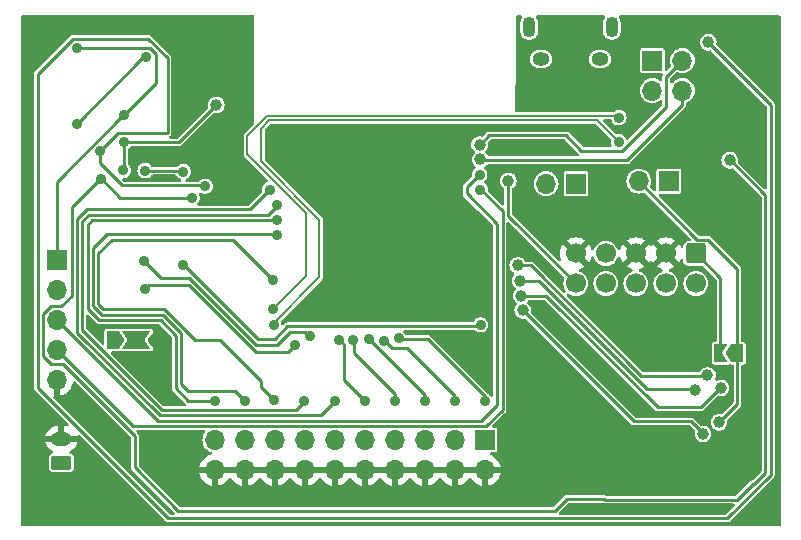
<source format=gbl>
G04 #@! TF.GenerationSoftware,KiCad,Pcbnew,8.0.0*
G04 #@! TF.CreationDate,2024-04-09T16:33:37-05:00*
G04 #@! TF.ProjectId,esp32_example,65737033-325f-4657-9861-6d706c652e6b,rev?*
G04 #@! TF.SameCoordinates,Original*
G04 #@! TF.FileFunction,Copper,L2,Bot*
G04 #@! TF.FilePolarity,Positive*
%FSLAX46Y46*%
G04 Gerber Fmt 4.6, Leading zero omitted, Abs format (unit mm)*
G04 Created by KiCad (PCBNEW 8.0.0) date 2024-04-09 16:33:37*
%MOMM*%
%LPD*%
G01*
G04 APERTURE LIST*
G04 Aperture macros list*
%AMRoundRect*
0 Rectangle with rounded corners*
0 $1 Rounding radius*
0 $2 $3 $4 $5 $6 $7 $8 $9 X,Y pos of 4 corners*
0 Add a 4 corners polygon primitive as box body*
4,1,4,$2,$3,$4,$5,$6,$7,$8,$9,$2,$3,0*
0 Add four circle primitives for the rounded corners*
1,1,$1+$1,$2,$3*
1,1,$1+$1,$4,$5*
1,1,$1+$1,$6,$7*
1,1,$1+$1,$8,$9*
0 Add four rect primitives between the rounded corners*
20,1,$1+$1,$2,$3,$4,$5,0*
20,1,$1+$1,$4,$5,$6,$7,0*
20,1,$1+$1,$6,$7,$8,$9,0*
20,1,$1+$1,$8,$9,$2,$3,0*%
%AMFreePoly0*
4,1,6,1.000000,0.000000,0.500000,-0.750000,-0.500000,-0.750000,-0.500000,0.750000,0.500000,0.750000,1.000000,0.000000,1.000000,0.000000,$1*%
%AMFreePoly1*
4,1,6,0.500000,-0.750000,-0.650000,-0.750000,-0.150000,0.000000,-0.650000,0.750000,0.500000,0.750000,0.500000,-0.750000,0.500000,-0.750000,$1*%
%AMFreePoly2*
4,1,7,0.700000,0.000000,1.200000,-0.750000,-1.200000,-0.750000,-0.700000,0.000000,-1.200000,0.750000,1.200000,0.750000,0.700000,0.000000,0.700000,0.000000,$1*%
G04 Aperture macros list end*
G04 #@! TA.AperFunction,ComponentPad*
%ADD10R,1.700000X1.700000*%
G04 #@! TD*
G04 #@! TA.AperFunction,ComponentPad*
%ADD11O,1.700000X1.700000*%
G04 #@! TD*
G04 #@! TA.AperFunction,ComponentPad*
%ADD12RoundRect,0.250000X0.625000X-0.350000X0.625000X0.350000X-0.625000X0.350000X-0.625000X-0.350000X0*%
G04 #@! TD*
G04 #@! TA.AperFunction,ComponentPad*
%ADD13O,1.750000X1.200000*%
G04 #@! TD*
G04 #@! TA.AperFunction,ComponentPad*
%ADD14RoundRect,0.250000X-0.600000X0.600000X-0.600000X-0.600000X0.600000X-0.600000X0.600000X0.600000X0*%
G04 #@! TD*
G04 #@! TA.AperFunction,ComponentPad*
%ADD15C,1.700000*%
G04 #@! TD*
G04 #@! TA.AperFunction,ComponentPad*
%ADD16O,1.100000X1.750000*%
G04 #@! TD*
G04 #@! TA.AperFunction,ComponentPad*
%ADD17O,1.450000X1.150000*%
G04 #@! TD*
G04 #@! TA.AperFunction,SMDPad,CuDef*
%ADD18FreePoly0,180.000000*%
G04 #@! TD*
G04 #@! TA.AperFunction,SMDPad,CuDef*
%ADD19FreePoly1,180.000000*%
G04 #@! TD*
G04 #@! TA.AperFunction,SMDPad,CuDef*
%ADD20FreePoly2,180.000000*%
G04 #@! TD*
G04 #@! TA.AperFunction,SMDPad,CuDef*
%ADD21FreePoly0,0.000000*%
G04 #@! TD*
G04 #@! TA.AperFunction,ViaPad*
%ADD22C,1.000000*%
G04 #@! TD*
G04 #@! TA.AperFunction,ViaPad*
%ADD23C,0.900000*%
G04 #@! TD*
G04 #@! TA.AperFunction,Conductor*
%ADD24C,0.250000*%
G04 #@! TD*
G04 #@! TA.AperFunction,Conductor*
%ADD25C,0.200000*%
G04 #@! TD*
G04 APERTURE END LIST*
D10*
G04 #@! TO.P,J8,1,Pin_1*
G04 #@! TO.N,Net-(J8-Pin_1)*
X210670000Y-52690000D03*
D11*
G04 #@! TO.P,J8,2,Pin_2*
G04 #@! TO.N,+3V3*
X208130000Y-52690000D03*
G04 #@! TD*
D12*
G04 #@! TO.P,J1,1,Pin_1*
G04 #@! TO.N,/POWER FROM BATTERY*
X167098800Y-76320400D03*
D13*
G04 #@! TO.P,J1,2,Pin_2*
G04 #@! TO.N,GND*
X167098800Y-74320400D03*
G04 #@! TD*
D10*
G04 #@! TO.P,J4,1,Pin_1*
G04 #@! TO.N,/PRESS1*
X202946000Y-74396600D03*
D11*
G04 #@! TO.P,J4,2,Pin_2*
G04 #@! TO.N,GND*
X202946000Y-76936600D03*
G04 #@! TO.P,J4,3,Pin_3*
G04 #@! TO.N,/PRESS2*
X200406000Y-74396600D03*
G04 #@! TO.P,J4,4,Pin_4*
G04 #@! TO.N,GND*
X200406000Y-76936600D03*
G04 #@! TO.P,J4,5,Pin_5*
G04 #@! TO.N,/PRESS3*
X197866000Y-74396600D03*
G04 #@! TO.P,J4,6,Pin_6*
G04 #@! TO.N,GND*
X197866000Y-76936600D03*
G04 #@! TO.P,J4,7,Pin_7*
G04 #@! TO.N,/PRESS4*
X195326000Y-74396600D03*
G04 #@! TO.P,J4,8,Pin_8*
G04 #@! TO.N,GND*
X195326000Y-76936600D03*
G04 #@! TO.P,J4,9,Pin_9*
G04 #@! TO.N,/PRESS5*
X192786000Y-74396600D03*
G04 #@! TO.P,J4,10,Pin_10*
G04 #@! TO.N,GND*
X192786000Y-76936600D03*
G04 #@! TO.P,J4,11,Pin_11*
G04 #@! TO.N,/PRESS6*
X190246000Y-74396600D03*
G04 #@! TO.P,J4,12,Pin_12*
G04 #@! TO.N,GND*
X190246000Y-76936600D03*
G04 #@! TO.P,J4,13,Pin_13*
G04 #@! TO.N,/PRESS7*
X187706000Y-74396600D03*
G04 #@! TO.P,J4,14,Pin_14*
G04 #@! TO.N,GND*
X187706000Y-76936600D03*
G04 #@! TO.P,J4,15,Pin_15*
G04 #@! TO.N,/PRESS8*
X185166000Y-74396600D03*
G04 #@! TO.P,J4,16,Pin_16*
G04 #@! TO.N,GND*
X185166000Y-76936600D03*
G04 #@! TO.P,J4,17,Pin_17*
G04 #@! TO.N,/PRESS9*
X182626000Y-74396600D03*
G04 #@! TO.P,J4,18,Pin_18*
G04 #@! TO.N,GND*
X182626000Y-76936600D03*
G04 #@! TO.P,J4,19,Pin_19*
G04 #@! TO.N,/PRESS10*
X180086000Y-74396600D03*
G04 #@! TO.P,J4,20,Pin_20*
G04 #@! TO.N,GND*
X180086000Y-76936600D03*
G04 #@! TD*
D14*
G04 #@! TO.P,J7,1,VTref*
G04 #@! TO.N,Net-(J7-VTref)*
X220810000Y-58600000D03*
D15*
G04 #@! TO.P,J7,2,SWDIO/TMS*
G04 #@! TO.N,/MTMS*
X220810000Y-61140000D03*
G04 #@! TO.P,J7,3,GND*
G04 #@! TO.N,GND*
X218270000Y-58600000D03*
G04 #@! TO.P,J7,4,SWDCLK/TCK*
G04 #@! TO.N,/MTCK*
X218270000Y-61140000D03*
G04 #@! TO.P,J7,5,GND*
G04 #@! TO.N,GND*
X215730000Y-58600000D03*
G04 #@! TO.P,J7,6,SWO/TDO*
G04 #@! TO.N,/MTDO*
X215730000Y-61140000D03*
G04 #@! TO.P,J7,7,KEY*
G04 #@! TO.N,unconnected-(J7-KEY-Pad7)*
X213190000Y-58600000D03*
G04 #@! TO.P,J7,8,NC/TDI*
G04 #@! TO.N,/MTDI*
X213190000Y-61140000D03*
G04 #@! TO.P,J7,9,GNDDetect*
G04 #@! TO.N,GND*
X210650000Y-58600000D03*
G04 #@! TO.P,J7,10,~{RESET}*
G04 #@! TO.N,/CHIP_PU*
X210650000Y-61140000D03*
G04 #@! TD*
D10*
G04 #@! TO.P,J3,1,Pin_1*
G04 #@! TO.N,/RTS*
X166725600Y-59156600D03*
D11*
G04 #@! TO.P,J3,2,Pin_2*
G04 #@! TO.N,/DTR*
X166725600Y-61696600D03*
G04 #@! TO.P,J3,3,Pin_3*
G04 #@! TO.N,/TX*
X166725600Y-64236600D03*
G04 #@! TO.P,J3,4,Pin_4*
G04 #@! TO.N,/RX*
X166725600Y-66776600D03*
G04 #@! TO.P,J3,5,Pin_5*
G04 #@! TO.N,GND*
X166725600Y-69316600D03*
G04 #@! TD*
D10*
G04 #@! TO.P,J5,1,Pin_1*
G04 #@! TO.N,Net-(J5-Pin_1)*
X218525000Y-52480000D03*
D11*
G04 #@! TO.P,J5,2,Pin_2*
G04 #@! TO.N,+3V3*
X215985000Y-52480000D03*
G04 #@! TD*
D16*
G04 #@! TO.P,J2,6,Shield*
G04 #@! TO.N,unconnected-(J2-Shield-Pad6)*
X213700000Y-39440000D03*
D17*
X212700000Y-42140000D03*
X207700000Y-42140000D03*
D16*
X206700000Y-39440000D03*
G04 #@! TD*
D10*
G04 #@! TO.P,J9,1,Pin_1*
G04 #@! TO.N,Net-(J9-Pin_1)*
X217130000Y-42280000D03*
D11*
G04 #@! TO.P,J9,2,Pin_2*
G04 #@! TO.N,Net-(J9-Pin_2)*
X219670000Y-42280000D03*
G04 #@! TO.P,J9,3,Pin_3*
G04 #@! TO.N,Net-(J9-Pin_3)*
X217130000Y-44820000D03*
G04 #@! TO.P,J9,4,Pin_4*
G04 #@! TO.N,Net-(J9-Pin_4)*
X219670000Y-44820000D03*
G04 #@! TD*
D18*
G04 #@! TO.P,JP1,1,A*
G04 #@! TO.N,+3V3*
X224340000Y-67050000D03*
D19*
G04 #@! TO.P,JP1,2,B*
G04 #@! TO.N,Net-(J7-VTref)*
X222890000Y-67050000D03*
G04 #@! TD*
D18*
G04 #@! TO.P,JP2,1,A*
G04 #@! TO.N,GND*
X175450400Y-65938400D03*
D20*
G04 #@! TO.P,JP2,2,C*
G04 #@! TO.N,Net-(JP2-C)*
X173450400Y-65938400D03*
D21*
G04 #@! TO.P,JP2,3,B*
G04 #@! TO.N,+3V3*
X171450400Y-65938400D03*
G04 #@! TD*
D22*
G04 #@! TO.N,GND*
X181520000Y-44460000D03*
X204110000Y-49870000D03*
X179730000Y-49240000D03*
X185030000Y-48130000D03*
X199650000Y-48400000D03*
X213430000Y-78620000D03*
D23*
X175361600Y-65913000D03*
D22*
X212160000Y-80210000D03*
X212320000Y-74090000D03*
D23*
G04 #@! TO.N,/End Hike*
X178155600Y-53873400D03*
D22*
X223690000Y-50710000D03*
D23*
X170408600Y-52298600D03*
D22*
G04 #@! TO.N,/Start Hike*
X221870000Y-40720000D03*
D23*
X170385556Y-49953956D03*
X179273200Y-52908200D03*
G04 #@! TO.N,+3V3*
X172339000Y-51562000D03*
X172389800Y-49199800D03*
D22*
X171680000Y-65900000D03*
X180210000Y-46030000D03*
X222780000Y-72900000D03*
G04 #@! TO.N,/CHIP_PU*
X204940000Y-52470000D03*
D23*
G04 #@! TO.N,/GPIO0_STRAPPING*
X202590400Y-64643000D03*
X177393600Y-59563000D03*
X174193200Y-51587400D03*
X177419000Y-51663600D03*
G04 #@! TO.N,/D+*
X185064400Y-64643000D03*
X214280800Y-49126000D03*
G04 #@! TO.N,/D-*
X185013600Y-63322200D03*
X214306200Y-47094000D03*
G04 #@! TO.N,/RX*
X202565000Y-53187600D03*
G04 #@! TO.N,/TX*
X202514200Y-51917600D03*
G04 #@! TO.N,/RTS*
X168376600Y-41224200D03*
X172389800Y-46863000D03*
G04 #@! TO.N,/PRESS3*
X197840600Y-71069200D03*
X193141600Y-65836800D03*
G04 #@! TO.N,/PRESS1*
X195656200Y-65786000D03*
X202920600Y-71094600D03*
G04 #@! TO.N,/PRESS9*
X182651400Y-71094600D03*
X185318400Y-56997600D03*
G04 #@! TO.N,/PRESS6*
X190246000Y-71069200D03*
X184734200Y-53187600D03*
G04 #@! TO.N,/PRESS5*
X192811400Y-71120000D03*
X190576200Y-65963800D03*
G04 #@! TO.N,/PRESS7*
X187655200Y-71094600D03*
X185369200Y-54483000D03*
G04 #@! TO.N,/PRESS8*
X185013600Y-60807600D03*
X185102500Y-71031100D03*
G04 #@! TO.N,/PRESS10*
X180086000Y-71094600D03*
X185369200Y-55727600D03*
G04 #@! TO.N,/PRESS2*
X194437000Y-65989200D03*
X200406000Y-71094600D03*
G04 #@! TO.N,/PRESS4*
X191820800Y-65963800D03*
X195351400Y-71120000D03*
G04 #@! TO.N,Net-(JP2-C)*
X173456600Y-65938400D03*
G04 #@! TO.N,Net-(Q3-C)*
X174269400Y-41986200D03*
X168427400Y-47675800D03*
G04 #@! TO.N,/GPIO46_STRAPPING*
X174117000Y-59258200D03*
X188112400Y-65608200D03*
G04 #@! TO.N,/GPIO3_STRAPPING*
X186867800Y-66344800D03*
X174167800Y-61645800D03*
D22*
G04 #@! TO.N,/SCLK*
X221800000Y-68920000D03*
X205740000Y-59610000D03*
G04 #@! TO.N,/CS*
X221420000Y-73880000D03*
X206160000Y-63420000D03*
G04 #@! TO.N,/MOSI*
X205920000Y-60900000D03*
X220770000Y-70150000D03*
G04 #@! TO.N,/MISO*
X206040000Y-62180000D03*
X222950000Y-69980000D03*
G04 #@! TO.N,Net-(J9-Pin_2)*
X202500000Y-49390000D03*
G04 #@! TO.N,Net-(J9-Pin_4)*
X202580000Y-50640000D03*
G04 #@! TD*
D24*
G04 #@! TO.N,/End Hike*
X178130200Y-53873400D02*
X172085000Y-53873400D01*
X225660000Y-78110000D02*
X225760000Y-78110000D01*
X170434000Y-52222400D02*
X167970200Y-54686200D01*
X165550600Y-67263301D02*
X166238899Y-67951600D01*
X167970200Y-62179200D02*
X167087800Y-63061600D01*
X172085000Y-53873400D02*
X170434000Y-52222400D01*
X167212301Y-67951600D02*
X173310000Y-74049299D01*
X166238899Y-63061600D02*
X165550600Y-63749899D01*
X166238899Y-67951600D02*
X167212301Y-67951600D01*
X226700000Y-77170000D02*
X226700000Y-53660000D01*
X167087800Y-63061600D02*
X166238899Y-63061600D01*
X224325000Y-79445000D02*
X225660000Y-78110000D01*
X165550600Y-63749899D02*
X165550600Y-67263301D01*
X176990000Y-80380000D02*
X208890000Y-80380000D01*
X225760000Y-78110000D02*
X226700000Y-77170000D01*
X167970200Y-54686200D02*
X167970200Y-62179200D01*
X208890000Y-80380000D02*
X209885000Y-79385000D01*
X173310000Y-76700000D02*
X176990000Y-80380000D01*
X209885000Y-79385000D02*
X213028273Y-79385000D01*
X213028273Y-79385000D02*
X213088273Y-79445000D01*
X173310000Y-74049299D02*
X173310000Y-76700000D01*
X213088273Y-79445000D02*
X224325000Y-79445000D01*
X226700000Y-53660000D02*
X223750000Y-50710000D01*
X223750000Y-50710000D02*
X223690000Y-50710000D01*
G04 #@! TO.N,Net-(J9-Pin_4)*
X202580000Y-50640000D02*
X202635000Y-50695000D01*
X214997081Y-50695000D02*
X219670000Y-46022081D01*
X202635000Y-50695000D02*
X214997081Y-50695000D01*
X219670000Y-46022081D02*
X219670000Y-44820000D01*
G04 #@! TO.N,/Start Hike*
X176090299Y-48373200D02*
X176090299Y-42074687D01*
X174464812Y-40449200D02*
X168055584Y-40449200D01*
X176090299Y-42074687D02*
X174464812Y-40449200D01*
X223471396Y-81035000D02*
X227150000Y-77356396D01*
X168055584Y-40449200D02*
X165100600Y-43404184D01*
X165100600Y-43404184D02*
X165100600Y-69980600D01*
X176155000Y-81035000D02*
X223471396Y-81035000D01*
X165100600Y-69980600D02*
X176155000Y-81035000D01*
X227150000Y-77356396D02*
X227150000Y-46000000D01*
X227150000Y-46000000D02*
X221870000Y-40720000D01*
G04 #@! TO.N,GND*
X187630000Y-48400000D02*
X187360000Y-48130000D01*
X185030000Y-48130000D02*
X187360000Y-48130000D01*
X199650000Y-48400000D02*
X187630000Y-48400000D01*
X213270000Y-78620000D02*
X213430000Y-78620000D01*
X212320000Y-74090000D02*
X212320000Y-77670000D01*
X212320000Y-77670000D02*
X213270000Y-78620000D01*
G04 #@! TO.N,/End Hike*
X223690000Y-50710000D02*
X223690000Y-50650000D01*
X223690000Y-50650000D02*
X223810000Y-50770000D01*
G04 #@! TO.N,/Start Hike*
X221870000Y-40590000D02*
X221790000Y-40670000D01*
X221740000Y-40720000D02*
X221870000Y-40720000D01*
X221710000Y-40560000D02*
X221870000Y-40720000D01*
X179289706Y-52839200D02*
X179255000Y-52839200D01*
X170357800Y-49911000D02*
X171895600Y-48373200D01*
X170357800Y-50977800D02*
X170357800Y-49911000D01*
X172219200Y-52839200D02*
X170357800Y-50977800D01*
X171895600Y-48373200D02*
X176090299Y-48373200D01*
X179255000Y-52839200D02*
X179247800Y-52832000D01*
X221870000Y-40720000D02*
X221870000Y-40590000D01*
X179240600Y-52839200D02*
X172219200Y-52839200D01*
X179247800Y-52832000D02*
X179240600Y-52839200D01*
X221762600Y-40697400D02*
X221740000Y-40720000D01*
G04 #@! TO.N,+3V3*
X224340000Y-59930000D02*
X224340000Y-67050000D01*
X221835000Y-57425000D02*
X224340000Y-59930000D01*
X180210000Y-46030000D02*
X177040200Y-49199800D01*
X215985000Y-52480000D02*
X220930000Y-57425000D01*
X224340000Y-71340000D02*
X224340000Y-67050000D01*
X172389800Y-51511200D02*
X172339000Y-51562000D01*
X177040200Y-49199800D02*
X172389800Y-49199800D01*
X222780000Y-72900000D02*
X224340000Y-71340000D01*
X172389800Y-49199800D02*
X172389800Y-51511200D01*
X220930000Y-57425000D02*
X221835000Y-57425000D01*
G04 #@! TO.N,/CHIP_PU*
X210650000Y-61140000D02*
X204900000Y-55390000D01*
X204940000Y-52470000D02*
X204900000Y-52580000D01*
X204900000Y-55390000D02*
X204940000Y-52470000D01*
G04 #@! TO.N,/GPIO0_STRAPPING*
X202368400Y-64763400D02*
X202539600Y-64592200D01*
X183718200Y-65836800D02*
X185140600Y-65836800D01*
X177393600Y-59512200D02*
X183718200Y-65836800D01*
X186214000Y-64763400D02*
X202368400Y-64763400D01*
X174117000Y-51587400D02*
X177317400Y-51587400D01*
X185140600Y-65836800D02*
X186214000Y-64763400D01*
X177317400Y-51587400D02*
X177393600Y-51663600D01*
D25*
G04 #@! TO.N,/D+*
X188925200Y-55727600D02*
X183997600Y-50800000D01*
X183997600Y-48031029D02*
X184698629Y-47330000D01*
X212484800Y-47330000D02*
X214280800Y-49126000D01*
X188925200Y-60629800D02*
X188925200Y-55727600D01*
X183997600Y-50800000D02*
X183997600Y-48031029D01*
X184698629Y-47330000D02*
X212484800Y-47330000D01*
X184937400Y-64617600D02*
X188925200Y-60629800D01*
G04 #@! TO.N,/D-*
X187782200Y-60528200D02*
X187782200Y-55174939D01*
X214003800Y-47396400D02*
X214306200Y-47094000D01*
X184532944Y-46930000D02*
X214142200Y-46930000D01*
X182829200Y-50221939D02*
X182829200Y-48633744D01*
X184937400Y-63373000D02*
X187782200Y-60528200D01*
X187782200Y-55174939D02*
X182829200Y-50221939D01*
X182829200Y-48633744D02*
X184532944Y-46930000D01*
X214142200Y-46930000D02*
X214306200Y-47094000D01*
D24*
G04 #@! TO.N,/RX*
X166725600Y-66811305D02*
X166725600Y-66776600D01*
X202565000Y-53162200D02*
X204444600Y-55041800D01*
X203054200Y-73221600D02*
X173135895Y-73221600D01*
X173135895Y-73221600D02*
X166725600Y-66811305D01*
X204444600Y-55041800D02*
X204444600Y-71831200D01*
X204444600Y-71831200D02*
X203054200Y-73221600D01*
G04 #@! TO.N,/TX*
X202640600Y-72771600D02*
X175260600Y-72771600D01*
X203994600Y-71417600D02*
X202640600Y-72771600D01*
X203994600Y-56115800D02*
X203994600Y-71417600D01*
X202514200Y-51892200D02*
X201396600Y-53009800D01*
X166725600Y-64236600D02*
X175260600Y-72771600D01*
X201396600Y-53517800D02*
X203994600Y-56115800D01*
X201396600Y-53009800D02*
X201396600Y-53517800D01*
G04 #@! TO.N,/RTS*
X172389800Y-46888400D02*
X175107600Y-44170600D01*
X174590416Y-41211200D02*
X168389600Y-41211200D01*
X168389600Y-41211200D02*
X168376600Y-41224200D01*
X175107600Y-41728384D02*
X174590416Y-41211200D01*
X166725600Y-59156600D02*
X166725600Y-52517895D01*
X172355095Y-46888400D02*
X172389800Y-46888400D01*
X166725600Y-52517895D02*
X172355095Y-46888400D01*
X175107600Y-44170600D02*
X175107600Y-41728384D01*
G04 #@! TO.N,/PRESS3*
X197866000Y-70561200D02*
X197866000Y-71094600D01*
X193167000Y-65862200D02*
X197866000Y-70561200D01*
G04 #@! TO.N,/PRESS1*
X202946000Y-71069200D02*
X202946000Y-70678895D01*
X198129305Y-65862200D02*
X195656200Y-65862200D01*
X202946000Y-70678895D02*
X198129305Y-65862200D01*
G04 #@! TO.N,/PRESS9*
X177774600Y-70205600D02*
X181762400Y-70205600D01*
X185496200Y-56972200D02*
X170967400Y-56972200D01*
X177234000Y-69665000D02*
X177774600Y-70205600D01*
X169770200Y-58169400D02*
X169770200Y-63088804D01*
X177234000Y-65368912D02*
X177234000Y-69665000D01*
X181762400Y-70205600D02*
X182651400Y-71094600D01*
X170493396Y-63812000D02*
X175677088Y-63812000D01*
X175677088Y-63812000D02*
X177234000Y-65368912D01*
X169770200Y-63088804D02*
X170493396Y-63812000D01*
X170967400Y-56972200D02*
X169770200Y-58169400D01*
G04 #@! TO.N,/PRESS6*
X189069800Y-72321600D02*
X175446996Y-72321600D01*
X169233000Y-54871200D02*
X183076000Y-54871200D01*
X183076000Y-54871200D02*
X184785000Y-53162200D01*
X175446996Y-72321600D02*
X168420200Y-65294804D01*
X190296800Y-71094600D02*
X189069800Y-72321600D01*
X168420200Y-65294804D02*
X168420200Y-55684000D01*
X168420200Y-55684000D02*
X169233000Y-54871200D01*
G04 #@! TO.N,/PRESS5*
X190627000Y-65913000D02*
X190996400Y-66282400D01*
X190996400Y-66282400D02*
X190996400Y-69279600D01*
X190996400Y-69279600D02*
X192811400Y-71094600D01*
G04 #@! TO.N,/PRESS7*
X187731400Y-71120000D02*
X186979800Y-71871600D01*
X186979800Y-71871600D02*
X175633392Y-71871600D01*
X168870200Y-55870396D02*
X169419396Y-55321200D01*
X168870200Y-65108408D02*
X168870200Y-55870396D01*
X169419396Y-55321200D02*
X184607200Y-55321200D01*
X184607200Y-55321200D02*
X185470800Y-54457600D01*
X175633392Y-71871600D02*
X168870200Y-65108408D01*
G04 #@! TO.N,/PRESS8*
X170220200Y-62902408D02*
X170220200Y-58547000D01*
X185191400Y-71120000D02*
X183991000Y-69919600D01*
X170639992Y-63322200D02*
X170220200Y-62902408D01*
X175823684Y-63322200D02*
X170639992Y-63322200D01*
X183991000Y-69919600D02*
X183991000Y-69407784D01*
X171345000Y-57422200D02*
X181653600Y-57422200D01*
X181653600Y-57422200D02*
X185039000Y-60807600D01*
X178409600Y-65908116D02*
X175823684Y-63322200D01*
X183991000Y-69407784D02*
X180491332Y-65908116D01*
X170220200Y-58547000D02*
X171345000Y-57422200D01*
X180491332Y-65908116D02*
X178409600Y-65908116D01*
G04 #@! TO.N,/PRESS10*
X170307000Y-64262000D02*
X175490692Y-64262000D01*
X169320200Y-63275200D02*
X170307000Y-64262000D01*
X177850800Y-71094600D02*
X180086000Y-71094600D01*
X185470800Y-55753000D02*
X185452600Y-55771200D01*
X185452600Y-55771200D02*
X169722800Y-55771200D01*
X169722800Y-55771200D02*
X169320200Y-56173800D01*
X176784000Y-65555308D02*
X176784000Y-70027800D01*
X169320200Y-56173800D02*
X169320200Y-63275200D01*
X176784000Y-70027800D02*
X177850800Y-71094600D01*
X175490692Y-64262000D02*
X176784000Y-65555308D01*
G04 #@! TO.N,/PRESS2*
X195097400Y-66598800D02*
X194437000Y-65938400D01*
X200456800Y-71069200D02*
X200456800Y-70662800D01*
X196392800Y-66598800D02*
X195097400Y-66598800D01*
X200456800Y-70662800D02*
X196392800Y-66598800D01*
G04 #@! TO.N,/PRESS4*
X191871600Y-67030600D02*
X195351400Y-70510400D01*
X191871600Y-65862200D02*
X191871600Y-67030600D01*
X195351400Y-70510400D02*
X195351400Y-71094600D01*
G04 #@! TO.N,Net-(J7-VTref)*
X222890000Y-67050000D02*
X222890000Y-60680000D01*
X222890000Y-60680000D02*
X220810000Y-58600000D01*
G04 #@! TO.N,Net-(Q3-C)*
X168376600Y-47625000D02*
X174015400Y-41986200D01*
X174015400Y-41986200D02*
X174269400Y-41986200D01*
G04 #@! TO.N,/GPIO46_STRAPPING*
X183589804Y-66344800D02*
X185359895Y-66344800D01*
X186491295Y-65213400D02*
X187692200Y-65213400D01*
X175539400Y-60680600D02*
X177925604Y-60680600D01*
X185359895Y-66344800D02*
X186491295Y-65213400D01*
X174117000Y-59258200D02*
X175539400Y-60680600D01*
X177925604Y-60680600D02*
X183589804Y-66344800D01*
X187692200Y-65213400D02*
X188112400Y-65633600D01*
G04 #@! TO.N,/GPIO3_STRAPPING*
X177873408Y-61264800D02*
X183537608Y-66929000D01*
X174167800Y-61595000D02*
X174498000Y-61264800D01*
X186283600Y-66929000D02*
X186867800Y-66344800D01*
X174498000Y-61264800D02*
X177873408Y-61264800D01*
X183537608Y-66929000D02*
X186283600Y-66929000D01*
G04 #@! TO.N,/SCLK*
X216188299Y-68950000D02*
X221640000Y-68950000D01*
X221800000Y-68920000D02*
X221700000Y-68950000D01*
X221700000Y-68950000D02*
X221670000Y-68950000D01*
X221640000Y-68950000D02*
X221800000Y-68920000D01*
X206848299Y-59610000D02*
X216188299Y-68950000D01*
X205740000Y-59610000D02*
X206848299Y-59610000D01*
G04 #@! TO.N,/CS*
X221470000Y-73880000D02*
X221370000Y-73780000D01*
X221420000Y-73830000D02*
X221420000Y-73880000D01*
X221420000Y-73880000D02*
X221470000Y-73880000D01*
X220410000Y-72820000D02*
X221420000Y-73830000D01*
X206160000Y-63420000D02*
X215560000Y-72820000D01*
X215560000Y-72820000D02*
X220410000Y-72820000D01*
G04 #@! TO.N,/MOSI*
X220600000Y-70080000D02*
X220770000Y-70150000D01*
X220740000Y-70080000D02*
X220670000Y-70080000D01*
X220770000Y-70150000D02*
X220740000Y-70080000D01*
X207501903Y-60900000D02*
X216681903Y-70080000D01*
X205920000Y-60900000D02*
X207501903Y-60900000D01*
X216681903Y-70080000D02*
X220600000Y-70080000D01*
G04 #@! TO.N,/MISO*
X206040000Y-62180000D02*
X208145507Y-62180000D01*
X221240000Y-71620000D02*
X222880000Y-69980000D01*
X222950000Y-69980000D02*
X222950000Y-69910000D01*
X222950000Y-69910000D02*
X222860000Y-70000000D01*
X217585507Y-71620000D02*
X221240000Y-71620000D01*
X208145507Y-62180000D02*
X217585507Y-71620000D01*
X222880000Y-69980000D02*
X222950000Y-69980000D01*
G04 #@! TO.N,Net-(J9-Pin_2)*
X211122616Y-49901000D02*
X209826616Y-48605000D01*
X203285000Y-48605000D02*
X202500000Y-49390000D01*
X214601816Y-49901000D02*
X211122616Y-49901000D01*
X219670000Y-42280000D02*
X218305000Y-43645000D01*
X209826616Y-48605000D02*
X203285000Y-48605000D01*
X218305000Y-43645000D02*
X218305000Y-46197816D01*
X218305000Y-46197816D02*
X214601816Y-49901000D01*
G04 #@! TD*
G04 #@! TA.AperFunction,Conductor*
G04 #@! TO.N,GND*
G36*
X183342580Y-38399885D02*
G01*
X183388519Y-38452529D01*
X183399906Y-38504528D01*
X183393815Y-46610736D01*
X183393179Y-47456821D01*
X183399717Y-47463396D01*
X183433026Y-47524815D01*
X183427841Y-47594493D01*
X183399465Y-47638506D01*
X182644689Y-48393284D01*
X182588741Y-48449231D01*
X182588735Y-48449239D01*
X182549182Y-48517748D01*
X182549179Y-48517753D01*
X182535526Y-48568706D01*
X182528700Y-48594182D01*
X182528700Y-50261501D01*
X182536024Y-50288833D01*
X182549179Y-50337930D01*
X182549181Y-50337933D01*
X182566517Y-50367959D01*
X182566519Y-50367961D01*
X182588739Y-50406449D01*
X184551363Y-52369073D01*
X184584848Y-52430396D01*
X184579864Y-52500088D01*
X184537992Y-52556021D01*
X184507665Y-52572692D01*
X184501833Y-52574904D01*
X184361962Y-52648315D01*
X184283131Y-52718152D01*
X184245623Y-52751382D01*
X184243716Y-52753071D01*
X184153981Y-52883075D01*
X184153980Y-52883076D01*
X184097962Y-53030781D01*
X184078922Y-53187599D01*
X184078922Y-53187600D01*
X184095502Y-53324157D01*
X184084041Y-53393081D01*
X184060087Y-53426784D01*
X182977492Y-54509381D01*
X182916169Y-54542866D01*
X182889811Y-54545700D01*
X178704657Y-54545700D01*
X178637618Y-54526015D01*
X178591863Y-54473211D01*
X178581919Y-54404053D01*
X178610944Y-54340497D01*
X178622426Y-54328888D01*
X178646083Y-54307930D01*
X178735820Y-54177923D01*
X178791837Y-54030218D01*
X178810878Y-53873400D01*
X178791837Y-53716582D01*
X178782079Y-53690853D01*
X178753243Y-53614818D01*
X178747876Y-53545155D01*
X178781023Y-53483649D01*
X178842162Y-53449827D01*
X178911879Y-53454429D01*
X178926811Y-53461051D01*
X179040834Y-53520896D01*
X179194214Y-53558700D01*
X179194215Y-53558700D01*
X179352185Y-53558700D01*
X179505565Y-53520896D01*
X179523313Y-53511581D01*
X179645440Y-53447483D01*
X179763683Y-53342730D01*
X179853420Y-53212723D01*
X179909437Y-53065018D01*
X179928478Y-52908200D01*
X179926989Y-52895932D01*
X179909437Y-52751381D01*
X179872020Y-52652722D01*
X179853420Y-52603677D01*
X179763683Y-52473670D01*
X179645440Y-52368917D01*
X179645438Y-52368916D01*
X179645437Y-52368915D01*
X179505565Y-52295503D01*
X179352186Y-52257700D01*
X179352185Y-52257700D01*
X179194215Y-52257700D01*
X179194214Y-52257700D01*
X179040834Y-52295503D01*
X178900962Y-52368915D01*
X178900960Y-52368917D01*
X178782717Y-52473670D01*
X178782716Y-52473671D01*
X178777103Y-52478644D01*
X178775834Y-52477211D01*
X178725077Y-52509052D01*
X178691446Y-52513700D01*
X177702028Y-52513700D01*
X177634989Y-52494015D01*
X177589234Y-52441211D01*
X177579290Y-52372053D01*
X177608315Y-52308497D01*
X177645990Y-52282194D01*
X177644724Y-52279782D01*
X177712151Y-52244392D01*
X177791240Y-52202883D01*
X177909483Y-52098130D01*
X177999220Y-51968123D01*
X178055237Y-51820418D01*
X178074278Y-51663600D01*
X178073067Y-51653622D01*
X178055237Y-51506781D01*
X178024000Y-51424417D01*
X177999220Y-51359077D01*
X177909483Y-51229070D01*
X177791240Y-51124317D01*
X177791238Y-51124316D01*
X177791237Y-51124315D01*
X177651365Y-51050903D01*
X177497986Y-51013100D01*
X177497985Y-51013100D01*
X177340015Y-51013100D01*
X177340014Y-51013100D01*
X177186634Y-51050903D01*
X177046762Y-51124314D01*
X176986546Y-51177661D01*
X176928517Y-51229070D01*
X176928515Y-51229072D01*
X176926660Y-51230716D01*
X176863427Y-51260437D01*
X176844433Y-51261900D01*
X174824021Y-51261900D01*
X174756982Y-51242215D01*
X174721971Y-51208340D01*
X174700980Y-51177929D01*
X174683683Y-51152870D01*
X174565440Y-51048117D01*
X174565438Y-51048116D01*
X174565437Y-51048115D01*
X174425565Y-50974703D01*
X174272186Y-50936900D01*
X174272185Y-50936900D01*
X174114215Y-50936900D01*
X174114214Y-50936900D01*
X173960834Y-50974703D01*
X173820962Y-51048115D01*
X173702716Y-51152871D01*
X173612981Y-51282875D01*
X173612980Y-51282876D01*
X173556962Y-51430581D01*
X173537922Y-51587399D01*
X173537922Y-51587400D01*
X173556962Y-51744218D01*
X173602417Y-51864070D01*
X173612980Y-51891923D01*
X173702717Y-52021930D01*
X173820960Y-52126683D01*
X173820962Y-52126684D01*
X173960834Y-52200096D01*
X174114214Y-52237900D01*
X174114215Y-52237900D01*
X174272185Y-52237900D01*
X174425565Y-52200096D01*
X174473960Y-52174696D01*
X174565440Y-52126683D01*
X174683683Y-52021930D01*
X174721971Y-51966459D01*
X174776254Y-51922470D01*
X174824021Y-51912900D01*
X176735582Y-51912900D01*
X176802621Y-51932585D01*
X176837632Y-51966460D01*
X176838780Y-51968123D01*
X176928517Y-52098130D01*
X177046760Y-52202883D01*
X177046762Y-52202884D01*
X177193276Y-52279782D01*
X177191743Y-52282701D01*
X177235622Y-52315904D01*
X177259700Y-52381494D01*
X177244495Y-52449689D01*
X177194835Y-52498838D01*
X177135972Y-52513700D01*
X172405389Y-52513700D01*
X172338350Y-52494015D01*
X172317708Y-52477381D01*
X172264508Y-52424181D01*
X172231023Y-52362858D01*
X172236007Y-52293166D01*
X172277879Y-52237233D01*
X172343343Y-52212816D01*
X172352189Y-52212500D01*
X172417985Y-52212500D01*
X172571365Y-52174696D01*
X172711240Y-52101283D01*
X172829483Y-51996530D01*
X172919220Y-51866523D01*
X172975237Y-51718818D01*
X172994278Y-51562000D01*
X172975237Y-51405182D01*
X172975236Y-51405180D01*
X172941208Y-51315455D01*
X172919220Y-51257477D01*
X172829483Y-51127470D01*
X172807425Y-51107928D01*
X172757073Y-51063320D01*
X172719946Y-51004131D01*
X172715300Y-50970505D01*
X172715300Y-49836297D01*
X172734985Y-49769258D01*
X172757074Y-49743481D01*
X172762036Y-49739085D01*
X172762040Y-49739083D01*
X172880283Y-49634330D01*
X172918571Y-49578859D01*
X172972854Y-49534870D01*
X173020621Y-49525300D01*
X177083051Y-49525300D01*
X177083053Y-49525300D01*
X177165839Y-49503118D01*
X177240062Y-49460265D01*
X179951048Y-46749277D01*
X180012369Y-46715794D01*
X180068403Y-46716563D01*
X180124941Y-46730499D01*
X180124942Y-46730500D01*
X180124944Y-46730500D01*
X180295056Y-46730500D01*
X180460225Y-46689790D01*
X180575097Y-46629500D01*
X180610849Y-46610736D01*
X180610850Y-46610734D01*
X180610852Y-46610734D01*
X180738183Y-46497929D01*
X180834818Y-46357930D01*
X180895140Y-46198872D01*
X180915645Y-46030000D01*
X180895140Y-45861128D01*
X180834818Y-45702070D01*
X180831791Y-45697685D01*
X180778732Y-45620816D01*
X180738183Y-45562071D01*
X180642350Y-45477171D01*
X180610849Y-45449263D01*
X180460226Y-45370210D01*
X180295056Y-45329500D01*
X180124944Y-45329500D01*
X179959773Y-45370210D01*
X179809150Y-45449263D01*
X179681816Y-45562072D01*
X179585182Y-45702068D01*
X179524860Y-45861125D01*
X179524860Y-45861128D01*
X179504355Y-46030000D01*
X179523639Y-46188820D01*
X179512179Y-46257743D01*
X179488224Y-46291447D01*
X176941692Y-48837981D01*
X176880369Y-48871466D01*
X176854011Y-48874300D01*
X176336143Y-48874300D01*
X176269104Y-48854615D01*
X176223349Y-48801811D01*
X176213405Y-48732653D01*
X176242430Y-48669097D01*
X176274142Y-48642913D01*
X176290161Y-48633665D01*
X176350764Y-48573062D01*
X176393617Y-48498838D01*
X176415799Y-48416053D01*
X176415799Y-42127542D01*
X176415800Y-42127529D01*
X176415800Y-42031835D01*
X176393670Y-41949247D01*
X176393617Y-41949048D01*
X176365773Y-41900821D01*
X176350764Y-41874825D01*
X176290161Y-41814222D01*
X176290160Y-41814221D01*
X176285830Y-41809891D01*
X176285819Y-41809881D01*
X174664676Y-40188737D01*
X174664675Y-40188736D01*
X174664674Y-40188735D01*
X174627562Y-40167308D01*
X174590452Y-40145882D01*
X174549058Y-40134791D01*
X174507665Y-40123700D01*
X168012731Y-40123700D01*
X167929946Y-40145882D01*
X167929939Y-40145885D01*
X167855728Y-40188730D01*
X167855720Y-40188736D01*
X164840137Y-43204319D01*
X164840133Y-43204325D01*
X164797281Y-43278545D01*
X164797282Y-43278546D01*
X164775100Y-43361331D01*
X164775100Y-69937747D01*
X164775100Y-70023453D01*
X164780938Y-70045240D01*
X164797282Y-70106240D01*
X164814658Y-70136335D01*
X164840135Y-70180462D01*
X164840137Y-70180464D01*
X167689202Y-73029529D01*
X167722687Y-73090852D01*
X167717703Y-73160544D01*
X167675831Y-73216477D01*
X167610367Y-73240894D01*
X167582124Y-73239683D01*
X167460372Y-73220400D01*
X167348800Y-73220400D01*
X167348800Y-74070400D01*
X168447915Y-74070400D01*
X168462037Y-74053865D01*
X168463470Y-74042780D01*
X168508467Y-73989329D01*
X168575219Y-73968690D01*
X168642532Y-73987416D01*
X168664669Y-74004996D01*
X175894534Y-81234861D01*
X175894535Y-81234862D01*
X175955138Y-81295465D01*
X175955140Y-81295466D01*
X175955144Y-81295469D01*
X176029355Y-81338314D01*
X176029362Y-81338318D01*
X176112147Y-81360500D01*
X176112149Y-81360500D01*
X223514247Y-81360500D01*
X223514249Y-81360500D01*
X223597035Y-81338318D01*
X223671258Y-81295465D01*
X227339652Y-77627068D01*
X227339657Y-77627065D01*
X227349860Y-77616861D01*
X227349862Y-77616861D01*
X227410465Y-77556258D01*
X227453318Y-77482034D01*
X227475501Y-77399249D01*
X227475501Y-77313543D01*
X227475501Y-77305948D01*
X227475500Y-77305930D01*
X227475500Y-46052855D01*
X227475501Y-46052842D01*
X227475501Y-45957148D01*
X227475501Y-45957147D01*
X227453318Y-45874362D01*
X227445677Y-45861128D01*
X227410465Y-45800138D01*
X227349862Y-45739535D01*
X227349861Y-45739534D01*
X227345531Y-45735204D01*
X227345520Y-45735194D01*
X222591775Y-40981448D01*
X222558290Y-40920125D01*
X222556360Y-40878823D01*
X222575645Y-40720000D01*
X222555140Y-40551128D01*
X222494818Y-40392070D01*
X222398183Y-40252071D01*
X222303316Y-40168026D01*
X222270849Y-40139263D01*
X222120226Y-40060210D01*
X221955056Y-40019500D01*
X221784944Y-40019500D01*
X221619773Y-40060210D01*
X221469150Y-40139263D01*
X221341816Y-40252072D01*
X221245182Y-40392068D01*
X221184860Y-40551125D01*
X221184859Y-40551130D01*
X221164355Y-40720000D01*
X221184859Y-40888869D01*
X221184860Y-40888874D01*
X221245182Y-41047931D01*
X221307475Y-41138177D01*
X221341817Y-41187929D01*
X221447505Y-41281560D01*
X221469150Y-41300736D01*
X221610323Y-41374829D01*
X221619775Y-41379790D01*
X221784944Y-41420500D01*
X221955058Y-41420500D01*
X221955058Y-41420499D01*
X222011595Y-41406564D01*
X222081396Y-41409631D01*
X222128952Y-41439279D01*
X226788181Y-46098507D01*
X226821666Y-46159830D01*
X226824500Y-46186188D01*
X226824500Y-53024811D01*
X226804815Y-53091850D01*
X226752011Y-53137605D01*
X226682853Y-53147549D01*
X226619297Y-53118524D01*
X226612819Y-53112492D01*
X224418271Y-50917944D01*
X224384786Y-50856621D01*
X224382856Y-50815320D01*
X224395645Y-50710000D01*
X224375140Y-50541128D01*
X224374810Y-50540259D01*
X224324064Y-50406450D01*
X224314818Y-50382070D01*
X224306141Y-50369500D01*
X224266499Y-50312068D01*
X224218183Y-50242071D01*
X224090852Y-50129266D01*
X224090849Y-50129263D01*
X223940226Y-50050210D01*
X223775056Y-50009500D01*
X223604944Y-50009500D01*
X223439773Y-50050210D01*
X223289150Y-50129263D01*
X223161816Y-50242072D01*
X223065182Y-50382068D01*
X223004860Y-50541125D01*
X223004859Y-50541130D01*
X222984355Y-50710000D01*
X223004859Y-50878869D01*
X223004860Y-50878874D01*
X223065182Y-51037931D01*
X223113498Y-51107927D01*
X223161817Y-51177929D01*
X223254950Y-51260437D01*
X223289150Y-51290736D01*
X223419359Y-51359075D01*
X223439775Y-51369790D01*
X223604944Y-51410500D01*
X223775054Y-51410500D01*
X223775056Y-51410500D01*
X223879735Y-51384699D01*
X223949534Y-51387768D01*
X223997088Y-51417415D01*
X226338181Y-53758508D01*
X226371666Y-53819831D01*
X226374500Y-53846189D01*
X226374500Y-76983811D01*
X226354815Y-77050850D01*
X226338181Y-77071492D01*
X225651604Y-77758068D01*
X225596016Y-77790162D01*
X225534360Y-77806682D01*
X225460138Y-77849535D01*
X225460135Y-77849537D01*
X224226492Y-79083181D01*
X224165169Y-79116666D01*
X224138811Y-79119500D01*
X213252640Y-79119500D01*
X213190639Y-79102886D01*
X213153917Y-79081684D01*
X213153915Y-79081683D01*
X213153912Y-79081682D01*
X213071126Y-79059500D01*
X209842147Y-79059500D01*
X209759362Y-79081682D01*
X209759361Y-79081682D01*
X209693859Y-79119500D01*
X209693858Y-79119499D01*
X209685141Y-79124532D01*
X209685136Y-79124536D01*
X208791492Y-80018181D01*
X208730169Y-80051666D01*
X208703811Y-80054500D01*
X177176189Y-80054500D01*
X177109150Y-80034815D01*
X177088508Y-80018181D01*
X173671819Y-76601492D01*
X173638334Y-76540169D01*
X173635500Y-76513811D01*
X173635500Y-74102154D01*
X173635501Y-74102141D01*
X173635501Y-74006447D01*
X173630401Y-73987416D01*
X173613318Y-73923661D01*
X173613317Y-73923660D01*
X173613317Y-73923658D01*
X173613316Y-73923657D01*
X173570467Y-73849440D01*
X173570466Y-73849439D01*
X173570465Y-73849437D01*
X173509862Y-73788834D01*
X173509861Y-73788833D01*
X173505531Y-73784503D01*
X173505520Y-73784493D01*
X173479808Y-73758781D01*
X173446323Y-73697458D01*
X173451307Y-73627766D01*
X173493179Y-73571833D01*
X173558643Y-73547416D01*
X173567489Y-73547100D01*
X179162018Y-73547100D01*
X179229057Y-73566785D01*
X179274812Y-73619589D01*
X179284756Y-73688747D01*
X179257871Y-73749765D01*
X179208317Y-73810146D01*
X179110769Y-73992643D01*
X179050699Y-74190667D01*
X179030417Y-74396600D01*
X179050699Y-74602532D01*
X179080734Y-74701544D01*
X179110768Y-74800554D01*
X179208315Y-74983050D01*
X179208317Y-74983052D01*
X179339589Y-75143010D01*
X179359600Y-75159432D01*
X179499550Y-75274285D01*
X179682046Y-75371832D01*
X179748551Y-75392005D01*
X179806989Y-75430302D01*
X179835446Y-75494114D01*
X179824887Y-75563181D01*
X179778663Y-75615575D01*
X179744650Y-75630441D01*
X179622514Y-75663167D01*
X179622507Y-75663170D01*
X179408422Y-75762999D01*
X179408420Y-75763000D01*
X179214926Y-75898486D01*
X179214920Y-75898491D01*
X179047891Y-76065520D01*
X179047886Y-76065526D01*
X178912400Y-76259020D01*
X178912399Y-76259022D01*
X178812570Y-76473107D01*
X178812567Y-76473113D01*
X178755364Y-76686599D01*
X178755364Y-76686600D01*
X179652988Y-76686600D01*
X179620075Y-76743607D01*
X179586000Y-76870774D01*
X179586000Y-77002426D01*
X179620075Y-77129593D01*
X179652988Y-77186600D01*
X178755364Y-77186600D01*
X178812567Y-77400086D01*
X178812570Y-77400092D01*
X178912399Y-77614178D01*
X179047894Y-77807682D01*
X179214917Y-77974705D01*
X179408421Y-78110200D01*
X179622507Y-78210029D01*
X179622516Y-78210033D01*
X179836000Y-78267234D01*
X179836000Y-77369612D01*
X179893007Y-77402525D01*
X180020174Y-77436600D01*
X180151826Y-77436600D01*
X180278993Y-77402525D01*
X180336000Y-77369612D01*
X180336000Y-78267233D01*
X180549483Y-78210033D01*
X180549492Y-78210029D01*
X180763578Y-78110200D01*
X180957082Y-77974705D01*
X181124105Y-77807682D01*
X181254425Y-77621568D01*
X181309002Y-77577944D01*
X181378501Y-77570751D01*
X181440855Y-77602273D01*
X181457575Y-77621568D01*
X181587894Y-77807682D01*
X181754917Y-77974705D01*
X181948421Y-78110200D01*
X182162507Y-78210029D01*
X182162516Y-78210033D01*
X182376000Y-78267234D01*
X182376000Y-77369612D01*
X182433007Y-77402525D01*
X182560174Y-77436600D01*
X182691826Y-77436600D01*
X182818993Y-77402525D01*
X182876000Y-77369612D01*
X182876000Y-78267234D01*
X183089483Y-78210033D01*
X183089492Y-78210029D01*
X183303578Y-78110200D01*
X183497082Y-77974705D01*
X183664105Y-77807682D01*
X183794425Y-77621568D01*
X183849002Y-77577944D01*
X183918501Y-77570751D01*
X183980855Y-77602273D01*
X183997575Y-77621568D01*
X184127894Y-77807682D01*
X184294917Y-77974705D01*
X184488421Y-78110200D01*
X184702507Y-78210029D01*
X184702516Y-78210033D01*
X184916000Y-78267234D01*
X184916000Y-77369612D01*
X184973007Y-77402525D01*
X185100174Y-77436600D01*
X185231826Y-77436600D01*
X185358993Y-77402525D01*
X185416000Y-77369612D01*
X185416000Y-78267233D01*
X185629483Y-78210033D01*
X185629492Y-78210029D01*
X185843578Y-78110200D01*
X186037082Y-77974705D01*
X186204105Y-77807682D01*
X186334425Y-77621568D01*
X186389002Y-77577944D01*
X186458501Y-77570751D01*
X186520855Y-77602273D01*
X186537575Y-77621568D01*
X186667894Y-77807682D01*
X186834917Y-77974705D01*
X187028421Y-78110200D01*
X187242507Y-78210029D01*
X187242516Y-78210033D01*
X187456000Y-78267234D01*
X187456000Y-77369612D01*
X187513007Y-77402525D01*
X187640174Y-77436600D01*
X187771826Y-77436600D01*
X187898993Y-77402525D01*
X187956000Y-77369612D01*
X187956000Y-78267234D01*
X188169483Y-78210033D01*
X188169492Y-78210029D01*
X188383578Y-78110200D01*
X188577082Y-77974705D01*
X188744105Y-77807682D01*
X188874425Y-77621568D01*
X188929002Y-77577944D01*
X188998501Y-77570751D01*
X189060855Y-77602273D01*
X189077575Y-77621568D01*
X189207894Y-77807682D01*
X189374917Y-77974705D01*
X189568421Y-78110200D01*
X189782507Y-78210029D01*
X189782516Y-78210033D01*
X189996000Y-78267234D01*
X189996000Y-77369612D01*
X190053007Y-77402525D01*
X190180174Y-77436600D01*
X190311826Y-77436600D01*
X190438993Y-77402525D01*
X190496000Y-77369612D01*
X190496000Y-78267234D01*
X190709483Y-78210033D01*
X190709492Y-78210029D01*
X190923578Y-78110200D01*
X191117082Y-77974705D01*
X191284105Y-77807682D01*
X191414425Y-77621568D01*
X191469002Y-77577944D01*
X191538501Y-77570751D01*
X191600855Y-77602273D01*
X191617575Y-77621568D01*
X191747894Y-77807682D01*
X191914917Y-77974705D01*
X192108421Y-78110200D01*
X192322507Y-78210029D01*
X192322516Y-78210033D01*
X192536000Y-78267234D01*
X192536000Y-77369612D01*
X192593007Y-77402525D01*
X192720174Y-77436600D01*
X192851826Y-77436600D01*
X192978993Y-77402525D01*
X193036000Y-77369612D01*
X193036000Y-78267234D01*
X193249483Y-78210033D01*
X193249492Y-78210029D01*
X193463578Y-78110200D01*
X193657082Y-77974705D01*
X193824105Y-77807682D01*
X193954425Y-77621568D01*
X194009002Y-77577944D01*
X194078501Y-77570751D01*
X194140855Y-77602273D01*
X194157575Y-77621568D01*
X194287894Y-77807682D01*
X194454917Y-77974705D01*
X194648421Y-78110200D01*
X194862507Y-78210029D01*
X194862516Y-78210033D01*
X195076000Y-78267234D01*
X195076000Y-77369612D01*
X195133007Y-77402525D01*
X195260174Y-77436600D01*
X195391826Y-77436600D01*
X195518993Y-77402525D01*
X195576000Y-77369612D01*
X195576000Y-78267234D01*
X195789483Y-78210033D01*
X195789492Y-78210029D01*
X196003578Y-78110200D01*
X196197082Y-77974705D01*
X196364105Y-77807682D01*
X196494425Y-77621568D01*
X196549002Y-77577944D01*
X196618501Y-77570751D01*
X196680855Y-77602273D01*
X196697575Y-77621568D01*
X196827894Y-77807682D01*
X196994917Y-77974705D01*
X197188421Y-78110200D01*
X197402507Y-78210029D01*
X197402516Y-78210033D01*
X197616000Y-78267234D01*
X197616000Y-77369612D01*
X197673007Y-77402525D01*
X197800174Y-77436600D01*
X197931826Y-77436600D01*
X198058993Y-77402525D01*
X198116000Y-77369612D01*
X198116000Y-78267233D01*
X198329483Y-78210033D01*
X198329492Y-78210029D01*
X198543578Y-78110200D01*
X198737082Y-77974705D01*
X198904105Y-77807682D01*
X199034425Y-77621568D01*
X199089002Y-77577944D01*
X199158501Y-77570751D01*
X199220855Y-77602273D01*
X199237575Y-77621568D01*
X199367894Y-77807682D01*
X199534917Y-77974705D01*
X199728421Y-78110200D01*
X199942507Y-78210029D01*
X199942516Y-78210033D01*
X200156000Y-78267234D01*
X200156000Y-77369612D01*
X200213007Y-77402525D01*
X200340174Y-77436600D01*
X200471826Y-77436600D01*
X200598993Y-77402525D01*
X200656000Y-77369612D01*
X200656000Y-78267233D01*
X200869483Y-78210033D01*
X200869492Y-78210029D01*
X201083578Y-78110200D01*
X201277082Y-77974705D01*
X201444105Y-77807682D01*
X201574425Y-77621568D01*
X201629002Y-77577944D01*
X201698501Y-77570751D01*
X201760855Y-77602273D01*
X201777575Y-77621568D01*
X201907894Y-77807682D01*
X202074917Y-77974705D01*
X202268421Y-78110200D01*
X202482507Y-78210029D01*
X202482516Y-78210033D01*
X202696000Y-78267234D01*
X202696000Y-77369612D01*
X202753007Y-77402525D01*
X202880174Y-77436600D01*
X203011826Y-77436600D01*
X203138993Y-77402525D01*
X203196000Y-77369612D01*
X203196000Y-78267233D01*
X203409483Y-78210033D01*
X203409492Y-78210029D01*
X203623578Y-78110200D01*
X203817082Y-77974705D01*
X203984105Y-77807682D01*
X204119600Y-77614178D01*
X204219429Y-77400092D01*
X204219432Y-77400086D01*
X204276636Y-77186600D01*
X203379012Y-77186600D01*
X203411925Y-77129593D01*
X203446000Y-77002426D01*
X203446000Y-76870774D01*
X203411925Y-76743607D01*
X203379012Y-76686600D01*
X204276636Y-76686600D01*
X204276635Y-76686599D01*
X204219432Y-76473113D01*
X204219429Y-76473107D01*
X204119600Y-76259022D01*
X204119599Y-76259020D01*
X203984113Y-76065526D01*
X203984108Y-76065520D01*
X203817082Y-75898494D01*
X203623578Y-75762999D01*
X203453052Y-75683482D01*
X203400613Y-75637310D01*
X203381461Y-75570116D01*
X203401677Y-75503235D01*
X203454842Y-75457900D01*
X203505457Y-75447100D01*
X203815750Y-75447100D01*
X203815751Y-75447099D01*
X203830568Y-75444152D01*
X203874229Y-75435468D01*
X203874229Y-75435467D01*
X203874231Y-75435467D01*
X203940552Y-75391152D01*
X203984867Y-75324831D01*
X203984867Y-75324829D01*
X203984868Y-75324829D01*
X203996499Y-75266352D01*
X203996500Y-75266350D01*
X203996500Y-73526849D01*
X203996499Y-73526847D01*
X203984868Y-73468370D01*
X203984867Y-73468369D01*
X203940552Y-73402047D01*
X203874230Y-73357732D01*
X203874229Y-73357731D01*
X203815752Y-73346100D01*
X203815748Y-73346100D01*
X203689389Y-73346100D01*
X203622350Y-73326415D01*
X203576595Y-73273611D01*
X203566651Y-73204453D01*
X203595676Y-73140897D01*
X203601708Y-73134419D01*
X204097576Y-72638550D01*
X204634252Y-72101872D01*
X204634257Y-72101869D01*
X204644460Y-72091665D01*
X204644462Y-72091665D01*
X204705065Y-72031062D01*
X204747918Y-71956838D01*
X204759275Y-71914453D01*
X204770101Y-71874052D01*
X204770101Y-71788347D01*
X204770101Y-71780752D01*
X204770100Y-71780734D01*
X204770100Y-56019789D01*
X204789785Y-55952750D01*
X204842589Y-55906995D01*
X204911747Y-55897051D01*
X204975303Y-55926076D01*
X204981781Y-55932108D01*
X209648678Y-60599005D01*
X209682163Y-60660328D01*
X209677179Y-60730020D01*
X209675561Y-60734132D01*
X209674770Y-60736041D01*
X209674769Y-60736043D01*
X209674768Y-60736046D01*
X209653063Y-60807599D01*
X209614699Y-60934067D01*
X209594417Y-61140000D01*
X209614699Y-61345932D01*
X209637257Y-61420296D01*
X209674768Y-61543954D01*
X209772315Y-61726450D01*
X209772316Y-61726451D01*
X209775187Y-61731822D01*
X209774062Y-61732422D01*
X209792960Y-61792781D01*
X209774474Y-61860161D01*
X209722494Y-61906850D01*
X209653524Y-61918025D01*
X209589461Y-61890138D01*
X209581299Y-61882673D01*
X207048163Y-59349537D01*
X207048162Y-59349536D01*
X207048161Y-59349535D01*
X207011049Y-59328108D01*
X206973939Y-59306682D01*
X206932545Y-59295591D01*
X206891152Y-59284500D01*
X206891151Y-59284500D01*
X206431575Y-59284500D01*
X206364536Y-59264815D01*
X206329525Y-59230940D01*
X206326455Y-59226492D01*
X206268183Y-59142071D01*
X206140852Y-59029266D01*
X206140849Y-59029263D01*
X205990226Y-58950210D01*
X205825056Y-58909500D01*
X205654944Y-58909500D01*
X205489773Y-58950210D01*
X205339150Y-59029263D01*
X205211816Y-59142072D01*
X205115182Y-59282068D01*
X205054860Y-59441125D01*
X205054859Y-59441130D01*
X205034355Y-59610000D01*
X205054859Y-59778869D01*
X205054860Y-59778874D01*
X205115182Y-59937931D01*
X205156320Y-59997528D01*
X205211817Y-60077929D01*
X205315619Y-60169889D01*
X205339150Y-60190736D01*
X205384223Y-60214392D01*
X205434436Y-60262977D01*
X205450410Y-60330996D01*
X205427075Y-60396853D01*
X205408825Y-60417002D01*
X205391818Y-60432068D01*
X205295182Y-60572068D01*
X205234860Y-60731125D01*
X205234859Y-60731130D01*
X205214355Y-60900000D01*
X205234859Y-61068869D01*
X205234860Y-61068874D01*
X205295182Y-61227931D01*
X205357475Y-61318177D01*
X205391817Y-61367929D01*
X205519148Y-61480734D01*
X205519150Y-61480735D01*
X205519454Y-61480895D01*
X205519636Y-61481071D01*
X205525322Y-61484996D01*
X205524669Y-61485941D01*
X205569667Y-61529479D01*
X205585643Y-61597497D01*
X205562309Y-61663355D01*
X205544059Y-61683506D01*
X205511817Y-61712070D01*
X205415182Y-61852068D01*
X205354860Y-62011125D01*
X205354859Y-62011130D01*
X205334355Y-62180000D01*
X205354859Y-62348869D01*
X205354860Y-62348874D01*
X205415182Y-62507931D01*
X205460984Y-62574285D01*
X205511816Y-62647928D01*
X205511818Y-62647930D01*
X205638702Y-62760340D01*
X205675829Y-62819529D01*
X205675061Y-62889395D01*
X205638706Y-62945967D01*
X205631817Y-62952069D01*
X205535182Y-63092068D01*
X205474860Y-63251125D01*
X205474859Y-63251130D01*
X205454355Y-63420000D01*
X205474859Y-63588869D01*
X205474860Y-63588874D01*
X205535182Y-63747931D01*
X205582634Y-63816676D01*
X205631817Y-63887929D01*
X205703599Y-63951522D01*
X205759150Y-64000736D01*
X205888447Y-64068596D01*
X205909775Y-64079790D01*
X206074944Y-64120500D01*
X206245058Y-64120500D01*
X206245058Y-64120499D01*
X206301595Y-64106564D01*
X206371396Y-64109631D01*
X206418952Y-64139279D01*
X215299534Y-73019861D01*
X215299535Y-73019862D01*
X215360138Y-73080465D01*
X215360140Y-73080466D01*
X215360144Y-73080469D01*
X215434355Y-73123314D01*
X215434362Y-73123318D01*
X215517147Y-73145500D01*
X220223811Y-73145500D01*
X220290850Y-73165185D01*
X220311492Y-73181819D01*
X220707300Y-73577626D01*
X220740785Y-73638949D01*
X220736152Y-73703723D01*
X220736655Y-73703847D01*
X220735934Y-73706768D01*
X220735801Y-73708640D01*
X220735564Y-73709270D01*
X220734861Y-73711121D01*
X220734859Y-73711130D01*
X220714355Y-73880000D01*
X220734859Y-74048869D01*
X220734860Y-74048874D01*
X220795182Y-74207931D01*
X220814203Y-74235487D01*
X220891817Y-74347929D01*
X220991450Y-74436196D01*
X221019150Y-74460736D01*
X221169773Y-74539789D01*
X221169775Y-74539790D01*
X221334944Y-74580500D01*
X221505056Y-74580500D01*
X221670225Y-74539790D01*
X221749692Y-74498081D01*
X221820849Y-74460736D01*
X221820850Y-74460734D01*
X221820852Y-74460734D01*
X221948183Y-74347929D01*
X222044818Y-74207930D01*
X222105140Y-74048872D01*
X222125645Y-73880000D01*
X222105140Y-73711128D01*
X222104196Y-73708640D01*
X222052313Y-73571833D01*
X222044818Y-73552070D01*
X222041387Y-73547100D01*
X221995578Y-73480734D01*
X221948183Y-73412071D01*
X221820852Y-73299266D01*
X221820849Y-73299263D01*
X221670226Y-73220210D01*
X221505056Y-73179500D01*
X221334944Y-73179500D01*
X221334941Y-73179500D01*
X221318514Y-73183549D01*
X221248712Y-73180479D01*
X221201160Y-73150833D01*
X220609864Y-72559537D01*
X220609862Y-72559535D01*
X220572750Y-72538108D01*
X220535640Y-72516682D01*
X220494246Y-72505591D01*
X220452853Y-72494500D01*
X220452852Y-72494500D01*
X215746189Y-72494500D01*
X215679150Y-72474815D01*
X215658508Y-72458181D01*
X206881775Y-63681448D01*
X206848290Y-63620125D01*
X206846360Y-63578823D01*
X206865645Y-63420000D01*
X206845140Y-63251128D01*
X206784818Y-63092070D01*
X206763880Y-63061737D01*
X206748046Y-63038797D01*
X206688183Y-62952071D01*
X206681293Y-62945967D01*
X206561297Y-62839659D01*
X206524170Y-62780470D01*
X206524938Y-62710604D01*
X206561299Y-62654027D01*
X206568183Y-62647929D01*
X206629525Y-62559059D01*
X206683808Y-62515070D01*
X206731575Y-62505500D01*
X207959318Y-62505500D01*
X208026357Y-62525185D01*
X208046999Y-62541819D01*
X217385645Y-71880465D01*
X217459868Y-71923318D01*
X217542654Y-71945500D01*
X217542656Y-71945500D01*
X221282851Y-71945500D01*
X221282853Y-71945500D01*
X221365639Y-71923318D01*
X221439862Y-71880465D01*
X222634889Y-70685436D01*
X222696210Y-70651953D01*
X222752242Y-70652721D01*
X222864944Y-70680500D01*
X223035056Y-70680500D01*
X223200225Y-70639790D01*
X223312782Y-70580715D01*
X223350849Y-70560736D01*
X223350850Y-70560734D01*
X223350852Y-70560734D01*
X223478183Y-70447929D01*
X223574818Y-70307930D01*
X223635140Y-70148872D01*
X223655645Y-69980000D01*
X223635140Y-69811128D01*
X223624292Y-69782525D01*
X223574817Y-69652068D01*
X223517660Y-69569263D01*
X223478183Y-69512071D01*
X223371036Y-69417147D01*
X223350849Y-69399263D01*
X223200226Y-69320210D01*
X223035056Y-69279500D01*
X222864944Y-69279500D01*
X222699774Y-69320209D01*
X222611772Y-69366397D01*
X222543264Y-69380121D01*
X222478211Y-69354629D01*
X222437267Y-69298013D01*
X222433432Y-69228249D01*
X222438201Y-69212639D01*
X222485140Y-69088872D01*
X222505645Y-68920000D01*
X222485140Y-68751128D01*
X222424818Y-68592070D01*
X222328183Y-68452071D01*
X222200852Y-68339266D01*
X222200849Y-68339263D01*
X222050226Y-68260210D01*
X221885056Y-68219500D01*
X221714944Y-68219500D01*
X221549773Y-68260210D01*
X221399150Y-68339263D01*
X221271816Y-68452072D01*
X221189767Y-68570940D01*
X221135484Y-68614931D01*
X221087717Y-68624500D01*
X216374487Y-68624500D01*
X216307448Y-68604815D01*
X216286806Y-68588181D01*
X209907326Y-62208700D01*
X209873841Y-62147377D01*
X209878825Y-62077685D01*
X209920697Y-62021752D01*
X209986161Y-61997335D01*
X210054434Y-62012187D01*
X210063239Y-62017518D01*
X210063547Y-62017682D01*
X210063550Y-62017685D01*
X210246046Y-62115232D01*
X210444066Y-62175300D01*
X210444065Y-62175300D01*
X210462529Y-62177118D01*
X210650000Y-62195583D01*
X210855934Y-62175300D01*
X211053954Y-62115232D01*
X211236450Y-62017685D01*
X211396410Y-61886410D01*
X211527685Y-61726450D01*
X211625232Y-61543954D01*
X211685300Y-61345934D01*
X211705583Y-61140000D01*
X212134417Y-61140000D01*
X212154699Y-61345932D01*
X212177257Y-61420296D01*
X212214768Y-61543954D01*
X212312315Y-61726450D01*
X212346969Y-61768677D01*
X212443589Y-61886410D01*
X212521470Y-61950324D01*
X212603550Y-62017685D01*
X212786046Y-62115232D01*
X212984066Y-62175300D01*
X212984065Y-62175300D01*
X213002529Y-62177118D01*
X213190000Y-62195583D01*
X213395934Y-62175300D01*
X213593954Y-62115232D01*
X213776450Y-62017685D01*
X213936410Y-61886410D01*
X214067685Y-61726450D01*
X214165232Y-61543954D01*
X214225300Y-61345934D01*
X214245583Y-61140000D01*
X214225300Y-60934066D01*
X214165232Y-60736046D01*
X214067685Y-60553550D01*
X213974536Y-60440047D01*
X213936410Y-60393589D01*
X213810825Y-60290526D01*
X213776450Y-60262315D01*
X213593954Y-60164768D01*
X213395934Y-60104700D01*
X213395932Y-60104699D01*
X213395934Y-60104699D01*
X213190000Y-60084417D01*
X212984067Y-60104699D01*
X212830932Y-60151152D01*
X212786050Y-60164767D01*
X212786043Y-60164769D01*
X212693207Y-60214392D01*
X212603550Y-60262315D01*
X212603548Y-60262316D01*
X212603547Y-60262317D01*
X212443589Y-60393589D01*
X212312317Y-60553547D01*
X212312315Y-60553550D01*
X212302415Y-60572072D01*
X212214769Y-60736043D01*
X212154699Y-60934067D01*
X212134417Y-61140000D01*
X211705583Y-61140000D01*
X211685300Y-60934066D01*
X211625232Y-60736046D01*
X211527685Y-60553550D01*
X211434536Y-60440047D01*
X211396410Y-60393589D01*
X211270825Y-60290526D01*
X211236450Y-60262315D01*
X211053954Y-60164768D01*
X210987447Y-60144593D01*
X210929009Y-60106296D01*
X210900553Y-60042484D01*
X210911113Y-59973417D01*
X210957337Y-59921023D01*
X210991350Y-59906158D01*
X211113483Y-59873433D01*
X211113492Y-59873429D01*
X211327578Y-59773600D01*
X211327582Y-59773598D01*
X211411373Y-59714926D01*
X211411373Y-59714925D01*
X210779409Y-59082962D01*
X210842993Y-59065925D01*
X210957007Y-59000099D01*
X211050099Y-58907007D01*
X211115925Y-58792993D01*
X211132962Y-58729410D01*
X211764925Y-59361373D01*
X211764926Y-59361373D01*
X211823598Y-59277582D01*
X211823601Y-59277577D01*
X211923429Y-59063492D01*
X211923433Y-59063483D01*
X211956158Y-58941350D01*
X211992522Y-58881690D01*
X212055369Y-58851160D01*
X212124745Y-58859454D01*
X212178623Y-58903939D01*
X212194593Y-58937447D01*
X212214768Y-59003954D01*
X212312315Y-59186450D01*
X212345176Y-59226492D01*
X212443589Y-59346410D01*
X212540209Y-59425702D01*
X212603550Y-59477685D01*
X212786046Y-59575232D01*
X212984066Y-59635300D01*
X212984065Y-59635300D01*
X213002529Y-59637118D01*
X213190000Y-59655583D01*
X213395934Y-59635300D01*
X213593954Y-59575232D01*
X213776450Y-59477685D01*
X213936410Y-59346410D01*
X214067685Y-59186450D01*
X214165232Y-59003954D01*
X214185406Y-58937446D01*
X214223702Y-58879010D01*
X214287514Y-58850553D01*
X214356581Y-58861112D01*
X214408975Y-58907336D01*
X214423841Y-58941349D01*
X214456567Y-59063486D01*
X214456570Y-59063492D01*
X214556399Y-59277577D01*
X214556402Y-59277583D01*
X214615072Y-59361373D01*
X214615073Y-59361373D01*
X215247037Y-58729409D01*
X215264075Y-58792993D01*
X215329901Y-58907007D01*
X215422993Y-59000099D01*
X215537007Y-59065925D01*
X215600590Y-59082962D01*
X214968625Y-59714925D01*
X215052421Y-59773599D01*
X215266507Y-59873429D01*
X215266516Y-59873433D01*
X215388649Y-59906158D01*
X215448310Y-59942523D01*
X215478839Y-60005369D01*
X215470545Y-60074745D01*
X215426059Y-60128623D01*
X215392552Y-60144593D01*
X215326046Y-60164767D01*
X215223701Y-60219473D01*
X215143550Y-60262315D01*
X215143548Y-60262316D01*
X215143547Y-60262317D01*
X214983589Y-60393589D01*
X214852317Y-60553547D01*
X214852315Y-60553550D01*
X214842415Y-60572072D01*
X214754769Y-60736043D01*
X214694699Y-60934067D01*
X214674417Y-61140000D01*
X214694699Y-61345932D01*
X214717257Y-61420296D01*
X214754768Y-61543954D01*
X214852315Y-61726450D01*
X214886969Y-61768677D01*
X214983589Y-61886410D01*
X215061470Y-61950324D01*
X215143550Y-62017685D01*
X215326046Y-62115232D01*
X215524066Y-62175300D01*
X215524065Y-62175300D01*
X215542529Y-62177118D01*
X215730000Y-62195583D01*
X215935934Y-62175300D01*
X216133954Y-62115232D01*
X216316450Y-62017685D01*
X216476410Y-61886410D01*
X216607685Y-61726450D01*
X216705232Y-61543954D01*
X216765300Y-61345934D01*
X216785583Y-61140000D01*
X216765300Y-60934066D01*
X216705232Y-60736046D01*
X216607685Y-60553550D01*
X216514536Y-60440047D01*
X216476410Y-60393589D01*
X216350825Y-60290526D01*
X216316450Y-60262315D01*
X216133954Y-60164768D01*
X216067447Y-60144593D01*
X216009009Y-60106296D01*
X215980553Y-60042484D01*
X215991113Y-59973417D01*
X216037337Y-59921023D01*
X216071350Y-59906158D01*
X216193483Y-59873433D01*
X216193492Y-59873429D01*
X216407578Y-59773600D01*
X216407582Y-59773598D01*
X216491373Y-59714926D01*
X216491373Y-59714925D01*
X215859409Y-59082962D01*
X215922993Y-59065925D01*
X216037007Y-59000099D01*
X216130099Y-58907007D01*
X216195925Y-58792993D01*
X216212962Y-58729409D01*
X216844925Y-59361373D01*
X216898425Y-59284968D01*
X216953002Y-59241344D01*
X217022501Y-59234151D01*
X217084855Y-59265673D01*
X217101576Y-59284969D01*
X217155073Y-59361372D01*
X217787037Y-58729409D01*
X217804075Y-58792993D01*
X217869901Y-58907007D01*
X217962993Y-59000099D01*
X218077007Y-59065925D01*
X218140590Y-59082962D01*
X217508625Y-59714925D01*
X217592421Y-59773599D01*
X217806507Y-59873429D01*
X217806516Y-59873433D01*
X217928649Y-59906158D01*
X217988310Y-59942523D01*
X218018839Y-60005369D01*
X218010545Y-60074745D01*
X217966059Y-60128623D01*
X217932552Y-60144593D01*
X217866046Y-60164767D01*
X217763701Y-60219473D01*
X217683550Y-60262315D01*
X217683548Y-60262316D01*
X217683547Y-60262317D01*
X217523589Y-60393589D01*
X217392317Y-60553547D01*
X217392315Y-60553550D01*
X217382415Y-60572072D01*
X217294769Y-60736043D01*
X217234699Y-60934067D01*
X217214417Y-61140000D01*
X217234699Y-61345932D01*
X217257257Y-61420296D01*
X217294768Y-61543954D01*
X217392315Y-61726450D01*
X217426969Y-61768677D01*
X217523589Y-61886410D01*
X217601470Y-61950324D01*
X217683550Y-62017685D01*
X217866046Y-62115232D01*
X218064066Y-62175300D01*
X218064065Y-62175300D01*
X218082529Y-62177118D01*
X218270000Y-62195583D01*
X218475934Y-62175300D01*
X218673954Y-62115232D01*
X218856450Y-62017685D01*
X219016410Y-61886410D01*
X219147685Y-61726450D01*
X219245232Y-61543954D01*
X219305300Y-61345934D01*
X219325583Y-61140000D01*
X219754417Y-61140000D01*
X219774699Y-61345932D01*
X219797257Y-61420296D01*
X219834768Y-61543954D01*
X219932315Y-61726450D01*
X219966969Y-61768677D01*
X220063589Y-61886410D01*
X220141470Y-61950324D01*
X220223550Y-62017685D01*
X220406046Y-62115232D01*
X220604066Y-62175300D01*
X220604065Y-62175300D01*
X220622529Y-62177118D01*
X220810000Y-62195583D01*
X221015934Y-62175300D01*
X221213954Y-62115232D01*
X221396450Y-62017685D01*
X221556410Y-61886410D01*
X221687685Y-61726450D01*
X221785232Y-61543954D01*
X221845300Y-61345934D01*
X221865583Y-61140000D01*
X221845300Y-60934066D01*
X221785232Y-60736046D01*
X221687685Y-60553550D01*
X221594536Y-60440047D01*
X221556410Y-60393589D01*
X221430825Y-60290526D01*
X221396450Y-60262315D01*
X221213954Y-60164768D01*
X221015934Y-60104700D01*
X221015932Y-60104699D01*
X221015934Y-60104699D01*
X220810000Y-60084417D01*
X220604067Y-60104699D01*
X220450932Y-60151152D01*
X220406050Y-60164767D01*
X220406043Y-60164769D01*
X220313207Y-60214392D01*
X220223550Y-60262315D01*
X220223548Y-60262316D01*
X220223547Y-60262317D01*
X220063589Y-60393589D01*
X219932317Y-60553547D01*
X219932315Y-60553550D01*
X219922415Y-60572072D01*
X219834769Y-60736043D01*
X219774699Y-60934067D01*
X219754417Y-61140000D01*
X219325583Y-61140000D01*
X219305300Y-60934066D01*
X219245232Y-60736046D01*
X219147685Y-60553550D01*
X219054536Y-60440047D01*
X219016410Y-60393589D01*
X218890825Y-60290526D01*
X218856450Y-60262315D01*
X218673954Y-60164768D01*
X218607447Y-60144593D01*
X218549009Y-60106296D01*
X218520553Y-60042484D01*
X218531113Y-59973417D01*
X218577337Y-59921023D01*
X218611350Y-59906158D01*
X218733483Y-59873433D01*
X218733492Y-59873429D01*
X218947578Y-59773600D01*
X218947582Y-59773598D01*
X219031373Y-59714926D01*
X219031373Y-59714925D01*
X218399409Y-59082962D01*
X218462993Y-59065925D01*
X218577007Y-59000099D01*
X218670099Y-58907007D01*
X218735925Y-58792993D01*
X218752962Y-58729410D01*
X219384925Y-59361373D01*
X219384926Y-59361373D01*
X219443598Y-59277582D01*
X219443601Y-59277577D01*
X219523118Y-59107052D01*
X219569290Y-59054613D01*
X219636484Y-59035461D01*
X219703365Y-59055677D01*
X219748699Y-59108842D01*
X219759500Y-59159457D01*
X219759500Y-59254269D01*
X219762353Y-59284699D01*
X219762353Y-59284701D01*
X219807206Y-59412880D01*
X219807207Y-59412882D01*
X219887850Y-59522150D01*
X219997118Y-59602793D01*
X220017715Y-59610000D01*
X220125299Y-59647646D01*
X220155730Y-59650500D01*
X220155734Y-59650500D01*
X221348811Y-59650500D01*
X221415850Y-59670185D01*
X221436492Y-59686819D01*
X222528181Y-60778508D01*
X222561666Y-60839831D01*
X222564500Y-60866189D01*
X222564500Y-65970500D01*
X222544815Y-66037539D01*
X222492011Y-66083294D01*
X222440500Y-66094500D01*
X222389995Y-66094500D01*
X222344271Y-66099651D01*
X222261873Y-66139333D01*
X222204851Y-66210836D01*
X222184500Y-66299995D01*
X222184500Y-67800004D01*
X222189651Y-67845728D01*
X222229333Y-67928126D01*
X222229334Y-67928127D01*
X222300837Y-67985149D01*
X222367428Y-68000348D01*
X222389995Y-68005499D01*
X222390000Y-68005500D01*
X223539996Y-68005500D01*
X223540000Y-68005500D01*
X223613085Y-67992065D01*
X223618025Y-67988771D01*
X223684722Y-67967962D01*
X223740612Y-67980225D01*
X223750835Y-67985148D01*
X223750836Y-67985148D01*
X223750837Y-67985149D01*
X223817428Y-68000348D01*
X223839995Y-68005499D01*
X223840000Y-68005500D01*
X223890500Y-68005500D01*
X223957539Y-68025185D01*
X224003294Y-68077989D01*
X224014500Y-68129500D01*
X224014500Y-71153810D01*
X223994815Y-71220849D01*
X223978181Y-71241491D01*
X223038952Y-72180719D01*
X222977629Y-72214204D01*
X222921598Y-72213435D01*
X222865059Y-72199500D01*
X222865056Y-72199500D01*
X222694944Y-72199500D01*
X222529773Y-72240210D01*
X222379150Y-72319263D01*
X222251816Y-72432072D01*
X222155182Y-72572068D01*
X222094860Y-72731125D01*
X222094859Y-72731130D01*
X222074355Y-72900000D01*
X222094859Y-73068869D01*
X222094860Y-73068874D01*
X222155182Y-73227931D01*
X222204420Y-73299263D01*
X222251817Y-73367929D01*
X222357505Y-73461560D01*
X222379150Y-73480736D01*
X222515062Y-73552068D01*
X222529775Y-73559790D01*
X222694944Y-73600500D01*
X222865056Y-73600500D01*
X223030225Y-73559790D01*
X223109692Y-73518081D01*
X223180849Y-73480736D01*
X223180850Y-73480734D01*
X223180852Y-73480734D01*
X223308183Y-73367929D01*
X223404818Y-73227930D01*
X223465140Y-73068872D01*
X223485645Y-72900000D01*
X223466360Y-72741176D01*
X223477820Y-72672254D01*
X223501772Y-72638553D01*
X224600465Y-71539862D01*
X224643318Y-71465639D01*
X224665500Y-71382853D01*
X224665500Y-71297147D01*
X224665500Y-68129500D01*
X224685185Y-68062461D01*
X224737989Y-68016706D01*
X224789500Y-68005500D01*
X224840003Y-68005500D01*
X224840003Y-68005499D01*
X224885728Y-68000348D01*
X224968127Y-67960666D01*
X225025149Y-67889163D01*
X225045500Y-67800000D01*
X225045500Y-66300000D01*
X225040348Y-66254272D01*
X225039880Y-66253301D01*
X225000666Y-66171873D01*
X224929163Y-66114851D01*
X224840004Y-66094500D01*
X224840000Y-66094500D01*
X224789500Y-66094500D01*
X224722461Y-66074815D01*
X224676706Y-66022011D01*
X224665500Y-65970500D01*
X224665500Y-59887149D01*
X224665500Y-59887147D01*
X224643318Y-59804362D01*
X224643318Y-59804361D01*
X224600465Y-59730138D01*
X222034862Y-57164535D01*
X221997750Y-57143108D01*
X221960640Y-57121682D01*
X221919246Y-57110591D01*
X221877853Y-57099500D01*
X221877852Y-57099500D01*
X221116189Y-57099500D01*
X221049150Y-57079815D01*
X221028508Y-57063181D01*
X217707508Y-53742181D01*
X217674023Y-53680858D01*
X217679007Y-53611166D01*
X217720879Y-53555233D01*
X217786343Y-53530816D01*
X217795189Y-53530500D01*
X219394750Y-53530500D01*
X219394751Y-53530499D01*
X219409568Y-53527552D01*
X219453229Y-53518868D01*
X219453229Y-53518867D01*
X219453231Y-53518867D01*
X219519552Y-53474552D01*
X219563867Y-53408231D01*
X219563867Y-53408229D01*
X219563868Y-53408229D01*
X219575499Y-53349752D01*
X219575500Y-53349750D01*
X219575500Y-51610249D01*
X219575499Y-51610247D01*
X219563868Y-51551770D01*
X219563867Y-51551769D01*
X219519552Y-51485447D01*
X219453230Y-51441132D01*
X219453229Y-51441131D01*
X219394752Y-51429500D01*
X219394748Y-51429500D01*
X217655252Y-51429500D01*
X217655247Y-51429500D01*
X217596770Y-51441131D01*
X217596769Y-51441132D01*
X217530447Y-51485447D01*
X217486132Y-51551769D01*
X217486131Y-51551770D01*
X217474500Y-51610247D01*
X217474500Y-53209811D01*
X217454815Y-53276850D01*
X217402011Y-53322605D01*
X217332853Y-53332549D01*
X217269297Y-53303524D01*
X217262819Y-53297492D01*
X216986321Y-53020994D01*
X216952836Y-52959671D01*
X216957820Y-52889979D01*
X216959448Y-52885843D01*
X216960223Y-52883969D01*
X216960232Y-52883954D01*
X217020300Y-52685934D01*
X217040583Y-52480000D01*
X217020300Y-52274066D01*
X216960232Y-52076046D01*
X216862685Y-51893550D01*
X216810702Y-51830209D01*
X216731410Y-51733589D01*
X216598227Y-51624290D01*
X216571450Y-51602315D01*
X216388954Y-51504768D01*
X216190934Y-51444700D01*
X216190932Y-51444699D01*
X216190934Y-51444699D01*
X215985000Y-51424417D01*
X215779067Y-51444699D01*
X215581043Y-51504769D01*
X215493114Y-51551769D01*
X215398550Y-51602315D01*
X215398548Y-51602316D01*
X215398547Y-51602317D01*
X215238589Y-51733589D01*
X215108650Y-51891923D01*
X215107315Y-51893550D01*
X215094460Y-51917600D01*
X215009769Y-52076043D01*
X214949699Y-52274067D01*
X214929417Y-52480000D01*
X214949699Y-52685932D01*
X214979734Y-52784944D01*
X215009768Y-52883954D01*
X215107315Y-53066450D01*
X215130547Y-53094758D01*
X215238589Y-53226410D01*
X215302496Y-53278856D01*
X215398550Y-53357685D01*
X215581046Y-53455232D01*
X215779066Y-53515300D01*
X215779065Y-53515300D01*
X215797529Y-53517118D01*
X215985000Y-53535583D01*
X216190934Y-53515300D01*
X216388954Y-53455232D01*
X216388969Y-53455223D01*
X216390843Y-53454448D01*
X216391918Y-53454332D01*
X216394784Y-53453463D01*
X216394948Y-53454005D01*
X216460311Y-53446969D01*
X216522795Y-53478234D01*
X216525994Y-53481321D01*
X220382492Y-57337819D01*
X220415977Y-57399142D01*
X220410993Y-57468834D01*
X220369121Y-57524767D01*
X220303657Y-57549184D01*
X220294811Y-57549500D01*
X220155730Y-57549500D01*
X220125300Y-57552353D01*
X220125298Y-57552353D01*
X219997119Y-57597206D01*
X219997117Y-57597207D01*
X219887850Y-57677850D01*
X219807207Y-57787117D01*
X219807206Y-57787119D01*
X219762353Y-57915298D01*
X219762353Y-57915300D01*
X219759500Y-57945730D01*
X219759500Y-58040543D01*
X219739815Y-58107582D01*
X219687011Y-58153337D01*
X219617853Y-58163281D01*
X219554297Y-58134256D01*
X219523118Y-58092948D01*
X219443600Y-57922423D01*
X219443599Y-57922421D01*
X219384925Y-57838626D01*
X219384925Y-57838625D01*
X218752962Y-58470588D01*
X218735925Y-58407007D01*
X218670099Y-58292993D01*
X218577007Y-58199901D01*
X218462993Y-58134075D01*
X218399410Y-58117037D01*
X219031373Y-57485073D01*
X219031373Y-57485072D01*
X218947583Y-57426402D01*
X218947579Y-57426400D01*
X218733492Y-57326570D01*
X218733483Y-57326566D01*
X218505326Y-57265432D01*
X218505315Y-57265430D01*
X218270002Y-57244843D01*
X218269998Y-57244843D01*
X218034684Y-57265430D01*
X218034673Y-57265432D01*
X217806516Y-57326566D01*
X217806507Y-57326570D01*
X217592419Y-57426401D01*
X217508625Y-57485072D01*
X218140590Y-58117037D01*
X218077007Y-58134075D01*
X217962993Y-58199901D01*
X217869901Y-58292993D01*
X217804075Y-58407007D01*
X217787037Y-58470590D01*
X217155072Y-57838625D01*
X217155072Y-57838626D01*
X217101574Y-57915030D01*
X217046998Y-57958655D01*
X216977499Y-57965849D01*
X216915144Y-57934326D01*
X216898424Y-57915030D01*
X216844925Y-57838626D01*
X216844925Y-57838625D01*
X216212962Y-58470589D01*
X216195925Y-58407007D01*
X216130099Y-58292993D01*
X216037007Y-58199901D01*
X215922993Y-58134075D01*
X215859410Y-58117037D01*
X216491373Y-57485073D01*
X216491373Y-57485072D01*
X216407583Y-57426402D01*
X216407579Y-57426400D01*
X216193492Y-57326570D01*
X216193483Y-57326566D01*
X215965326Y-57265432D01*
X215965315Y-57265430D01*
X215730002Y-57244843D01*
X215729998Y-57244843D01*
X215494684Y-57265430D01*
X215494673Y-57265432D01*
X215266516Y-57326566D01*
X215266507Y-57326570D01*
X215052419Y-57426401D01*
X214968625Y-57485072D01*
X215600590Y-58117037D01*
X215537007Y-58134075D01*
X215422993Y-58199901D01*
X215329901Y-58292993D01*
X215264075Y-58407007D01*
X215247037Y-58470589D01*
X214615073Y-57838625D01*
X214615072Y-57838625D01*
X214556401Y-57922419D01*
X214456570Y-58136507D01*
X214456567Y-58136514D01*
X214423841Y-58258650D01*
X214387476Y-58318310D01*
X214324629Y-58348839D01*
X214255253Y-58340544D01*
X214201375Y-58296059D01*
X214185406Y-58262552D01*
X214165232Y-58196046D01*
X214067685Y-58013550D01*
X214002668Y-57934326D01*
X213936410Y-57853589D01*
X213776452Y-57722317D01*
X213776453Y-57722317D01*
X213776450Y-57722315D01*
X213593954Y-57624768D01*
X213395934Y-57564700D01*
X213395932Y-57564699D01*
X213395934Y-57564699D01*
X213190000Y-57544417D01*
X212984067Y-57564699D01*
X212786043Y-57624769D01*
X212742395Y-57648100D01*
X212603550Y-57722315D01*
X212603548Y-57722316D01*
X212603547Y-57722317D01*
X212443589Y-57853589D01*
X212312317Y-58013547D01*
X212214767Y-58196046D01*
X212194593Y-58262552D01*
X212156296Y-58320990D01*
X212092483Y-58349447D01*
X212023416Y-58338886D01*
X211971023Y-58292661D01*
X211956158Y-58258649D01*
X211923433Y-58136516D01*
X211923429Y-58136507D01*
X211823600Y-57922423D01*
X211823599Y-57922421D01*
X211764925Y-57838626D01*
X211764925Y-57838625D01*
X211132962Y-58470588D01*
X211115925Y-58407007D01*
X211050099Y-58292993D01*
X210957007Y-58199901D01*
X210842993Y-58134075D01*
X210779410Y-58117037D01*
X211411373Y-57485073D01*
X211411373Y-57485072D01*
X211327583Y-57426402D01*
X211327579Y-57426400D01*
X211113492Y-57326570D01*
X211113483Y-57326566D01*
X210885326Y-57265432D01*
X210885315Y-57265430D01*
X210650002Y-57244843D01*
X210649998Y-57244843D01*
X210414684Y-57265430D01*
X210414673Y-57265432D01*
X210186516Y-57326566D01*
X210186507Y-57326570D01*
X209972419Y-57426401D01*
X209888625Y-57485072D01*
X210520590Y-58117037D01*
X210457007Y-58134075D01*
X210342993Y-58199901D01*
X210249901Y-58292993D01*
X210184075Y-58407007D01*
X210167037Y-58470590D01*
X209535072Y-57838625D01*
X209476401Y-57922419D01*
X209376570Y-58136507D01*
X209376566Y-58136516D01*
X209315432Y-58364673D01*
X209315430Y-58364684D01*
X209294843Y-58599998D01*
X209294843Y-58600001D01*
X209315430Y-58835315D01*
X209315432Y-58835326D01*
X209376566Y-59063483D01*
X209376570Y-59063493D01*
X209378844Y-59068370D01*
X209389333Y-59137448D01*
X209360811Y-59201231D01*
X209302333Y-59239469D01*
X209232466Y-59240020D01*
X209178779Y-59208452D01*
X205264375Y-55294048D01*
X205230890Y-55232725D01*
X205228068Y-55204669D01*
X205230567Y-55022283D01*
X205255960Y-53168556D01*
X205276561Y-53101793D01*
X205322323Y-53060458D01*
X205340852Y-53050734D01*
X205468183Y-52937929D01*
X205564818Y-52797930D01*
X205605750Y-52690000D01*
X207074417Y-52690000D01*
X207094699Y-52895932D01*
X207113065Y-52956475D01*
X207154768Y-53093954D01*
X207252315Y-53276450D01*
X207254290Y-53278856D01*
X207383589Y-53436410D01*
X207441151Y-53483649D01*
X207543550Y-53567685D01*
X207726046Y-53665232D01*
X207924066Y-53725300D01*
X207924065Y-53725300D01*
X207940138Y-53726883D01*
X208130000Y-53745583D01*
X208335934Y-53725300D01*
X208533954Y-53665232D01*
X208716450Y-53567685D01*
X208726116Y-53559752D01*
X209619500Y-53559752D01*
X209631131Y-53618229D01*
X209631132Y-53618230D01*
X209675447Y-53684552D01*
X209741769Y-53728867D01*
X209741770Y-53728868D01*
X209800247Y-53740499D01*
X209800250Y-53740500D01*
X209800252Y-53740500D01*
X211539750Y-53740500D01*
X211539751Y-53740499D01*
X211554568Y-53737552D01*
X211598229Y-53728868D01*
X211598229Y-53728867D01*
X211598231Y-53728867D01*
X211664552Y-53684552D01*
X211708867Y-53618231D01*
X211708867Y-53618229D01*
X211708868Y-53618229D01*
X211720499Y-53559752D01*
X211720500Y-53559750D01*
X211720500Y-51820249D01*
X211720499Y-51820247D01*
X211708868Y-51761770D01*
X211708867Y-51761769D01*
X211664552Y-51695447D01*
X211598230Y-51651132D01*
X211598229Y-51651131D01*
X211539752Y-51639500D01*
X211539748Y-51639500D01*
X209800252Y-51639500D01*
X209800247Y-51639500D01*
X209741770Y-51651131D01*
X209741769Y-51651132D01*
X209675447Y-51695447D01*
X209631132Y-51761769D01*
X209631131Y-51761770D01*
X209619500Y-51820247D01*
X209619500Y-53559752D01*
X208726116Y-53559752D01*
X208876410Y-53436410D01*
X209007685Y-53276450D01*
X209105232Y-53093954D01*
X209165300Y-52895934D01*
X209185583Y-52690000D01*
X209165300Y-52484066D01*
X209105232Y-52286046D01*
X209007685Y-52103550D01*
X208924404Y-52002071D01*
X208876410Y-51943589D01*
X208758677Y-51846969D01*
X208716450Y-51812315D01*
X208533954Y-51714768D01*
X208335934Y-51654700D01*
X208335932Y-51654699D01*
X208335934Y-51654699D01*
X208130000Y-51634417D01*
X207924067Y-51654699D01*
X207726043Y-51714769D01*
X207615898Y-51773643D01*
X207543550Y-51812315D01*
X207543548Y-51812316D01*
X207543547Y-51812317D01*
X207383589Y-51943589D01*
X207252317Y-52103547D01*
X207252315Y-52103550D01*
X207214286Y-52174696D01*
X207154769Y-52286043D01*
X207094699Y-52484067D01*
X207074417Y-52690000D01*
X205605750Y-52690000D01*
X205625140Y-52638872D01*
X205645645Y-52470000D01*
X205625140Y-52301128D01*
X205622120Y-52293166D01*
X205564817Y-52142068D01*
X205530476Y-52092318D01*
X205468183Y-52002071D01*
X205345688Y-51893550D01*
X205340849Y-51889263D01*
X205190226Y-51810210D01*
X205025056Y-51769500D01*
X204854944Y-51769500D01*
X204689773Y-51810210D01*
X204539150Y-51889263D01*
X204411816Y-52002072D01*
X204315182Y-52142068D01*
X204254860Y-52301125D01*
X204254859Y-52301130D01*
X204234355Y-52470000D01*
X204254859Y-52638869D01*
X204254860Y-52638874D01*
X204315182Y-52797931D01*
X204371436Y-52879428D01*
X204411817Y-52937929D01*
X204539148Y-53050734D01*
X204539149Y-53050734D01*
X204539152Y-53050737D01*
X204545322Y-53054996D01*
X204544517Y-53056161D01*
X204588836Y-53099037D01*
X204604990Y-53161955D01*
X204587662Y-54426884D01*
X204567061Y-54493648D01*
X204513636Y-54538675D01*
X204444347Y-54547671D01*
X204381195Y-54517778D01*
X204375993Y-54512867D01*
X203244611Y-53381485D01*
X203211126Y-53320162D01*
X203209196Y-53278861D01*
X203220278Y-53187600D01*
X203201237Y-53030782D01*
X203145220Y-52883077D01*
X203055483Y-52753070D01*
X202937240Y-52648317D01*
X202928710Y-52643840D01*
X202878498Y-52595255D01*
X202862524Y-52527236D01*
X202885860Y-52461378D01*
X202904111Y-52441228D01*
X203004682Y-52352131D01*
X203028220Y-52318030D01*
X203094420Y-52222123D01*
X203150437Y-52074418D01*
X203169478Y-51917600D01*
X203166558Y-51893547D01*
X203150437Y-51760781D01*
X203125659Y-51695447D01*
X203094420Y-51613077D01*
X203004683Y-51483070D01*
X202944329Y-51429601D01*
X202907204Y-51370414D01*
X202907971Y-51300548D01*
X202946388Y-51242188D01*
X202968932Y-51226990D01*
X202980852Y-51220734D01*
X203108183Y-51107929D01*
X203131561Y-51074059D01*
X203185844Y-51030070D01*
X203233611Y-51020500D01*
X215039932Y-51020500D01*
X215039934Y-51020500D01*
X215122720Y-50998318D01*
X215196943Y-50955465D01*
X219930465Y-46221943D01*
X219943785Y-46198872D01*
X219973318Y-46147719D01*
X219995500Y-46064934D01*
X219995500Y-45910583D01*
X220015185Y-45843544D01*
X220067989Y-45797789D01*
X220072049Y-45796021D01*
X220073945Y-45795234D01*
X220073954Y-45795232D01*
X220256450Y-45697685D01*
X220416410Y-45566410D01*
X220547685Y-45406450D01*
X220645232Y-45223954D01*
X220705300Y-45025934D01*
X220725583Y-44820000D01*
X220705300Y-44614066D01*
X220645232Y-44416046D01*
X220547685Y-44233550D01*
X220489646Y-44162829D01*
X220416410Y-44073589D01*
X220256452Y-43942317D01*
X220256453Y-43942317D01*
X220256450Y-43942315D01*
X220073954Y-43844768D01*
X219875934Y-43784700D01*
X219875932Y-43784699D01*
X219875934Y-43784699D01*
X219670000Y-43764417D01*
X219464067Y-43784699D01*
X219266043Y-43844769D01*
X219170167Y-43896017D01*
X219083550Y-43942315D01*
X219083548Y-43942316D01*
X219083547Y-43942317D01*
X218923589Y-44073590D01*
X218850353Y-44162829D01*
X218792608Y-44202163D01*
X218722763Y-44204034D01*
X218662995Y-44167847D01*
X218632279Y-44105091D01*
X218630500Y-44084164D01*
X218630500Y-43831188D01*
X218650185Y-43764149D01*
X218666819Y-43743507D01*
X218893825Y-43516501D01*
X219129006Y-43281319D01*
X219190327Y-43247836D01*
X219260018Y-43252820D01*
X219264144Y-43254444D01*
X219266041Y-43255230D01*
X219266043Y-43255230D01*
X219266046Y-43255232D01*
X219464066Y-43315300D01*
X219464065Y-43315300D01*
X219482529Y-43317118D01*
X219670000Y-43335583D01*
X219875934Y-43315300D01*
X220073954Y-43255232D01*
X220256450Y-43157685D01*
X220416410Y-43026410D01*
X220547685Y-42866450D01*
X220645232Y-42683954D01*
X220705300Y-42485934D01*
X220725583Y-42280000D01*
X220705300Y-42074066D01*
X220645232Y-41876046D01*
X220547685Y-41693550D01*
X220462918Y-41590260D01*
X220416410Y-41533589D01*
X220298677Y-41436969D01*
X220256450Y-41402315D01*
X220073954Y-41304768D01*
X219875934Y-41244700D01*
X219875932Y-41244699D01*
X219875934Y-41244699D01*
X219670000Y-41224417D01*
X219464067Y-41244699D01*
X219329736Y-41285448D01*
X219279345Y-41300734D01*
X219266043Y-41304769D01*
X219178114Y-41351769D01*
X219083550Y-41402315D01*
X219083548Y-41402316D01*
X219083547Y-41402317D01*
X218923589Y-41533589D01*
X218792317Y-41693547D01*
X218694769Y-41876043D01*
X218634699Y-42074067D01*
X218614417Y-42280000D01*
X218634699Y-42485932D01*
X218694769Y-42683958D01*
X218695561Y-42685869D01*
X218695677Y-42686949D01*
X218696537Y-42689784D01*
X218695999Y-42689947D01*
X218703024Y-42755339D01*
X218671744Y-42817816D01*
X218668677Y-42820994D01*
X218392181Y-43097491D01*
X218330858Y-43130976D01*
X218261167Y-43125992D01*
X218205233Y-43084121D01*
X218180816Y-43018656D01*
X218180500Y-43009810D01*
X218180500Y-41410249D01*
X218180499Y-41410247D01*
X218168868Y-41351770D01*
X218168867Y-41351769D01*
X218124552Y-41285447D01*
X218058230Y-41241132D01*
X218058229Y-41241131D01*
X217999752Y-41229500D01*
X217999748Y-41229500D01*
X216260252Y-41229500D01*
X216260247Y-41229500D01*
X216201770Y-41241131D01*
X216201769Y-41241132D01*
X216135447Y-41285447D01*
X216091132Y-41351769D01*
X216091131Y-41351770D01*
X216079500Y-41410247D01*
X216079500Y-43149752D01*
X216091131Y-43208229D01*
X216091132Y-43208230D01*
X216135447Y-43274552D01*
X216201769Y-43318867D01*
X216201770Y-43318868D01*
X216260247Y-43330499D01*
X216260250Y-43330500D01*
X217895947Y-43330500D01*
X217962986Y-43350185D01*
X218008741Y-43402989D01*
X218018685Y-43472147D01*
X218003335Y-43516497D01*
X218001682Y-43519361D01*
X218001682Y-43519362D01*
X217979500Y-43602147D01*
X217979500Y-43896017D01*
X217959815Y-43963056D01*
X217907011Y-44008811D01*
X217837853Y-44018755D01*
X217776836Y-43991871D01*
X217716453Y-43942317D01*
X217716451Y-43942316D01*
X217716450Y-43942315D01*
X217533954Y-43844768D01*
X217335934Y-43784700D01*
X217335932Y-43784699D01*
X217335934Y-43784699D01*
X217130000Y-43764417D01*
X216924067Y-43784699D01*
X216726043Y-43844769D01*
X216630167Y-43896017D01*
X216543550Y-43942315D01*
X216543548Y-43942316D01*
X216543547Y-43942317D01*
X216383589Y-44073589D01*
X216252317Y-44233547D01*
X216154769Y-44416043D01*
X216094699Y-44614067D01*
X216074417Y-44820000D01*
X216094699Y-45025932D01*
X216094700Y-45025934D01*
X216154768Y-45223954D01*
X216252315Y-45406450D01*
X216280499Y-45440793D01*
X216383589Y-45566410D01*
X216449884Y-45620816D01*
X216543550Y-45697685D01*
X216726046Y-45795232D01*
X216924066Y-45855300D01*
X216924065Y-45855300D01*
X216942529Y-45857118D01*
X217130000Y-45875583D01*
X217335934Y-45855300D01*
X217533954Y-45795232D01*
X217716450Y-45697685D01*
X217776835Y-45648129D01*
X217841145Y-45620816D01*
X217910013Y-45632607D01*
X217961573Y-45679760D01*
X217979500Y-45743982D01*
X217979500Y-46011626D01*
X217959815Y-46078665D01*
X217943181Y-46099307D01*
X215095620Y-48946867D01*
X215034297Y-48980352D01*
X214964605Y-48975368D01*
X214908672Y-48933496D01*
X214891997Y-48903157D01*
X214879978Y-48871466D01*
X214861020Y-48821477D01*
X214771283Y-48691470D01*
X214653040Y-48586717D01*
X214653038Y-48586716D01*
X214653037Y-48586715D01*
X214513165Y-48513303D01*
X214359786Y-48475500D01*
X214359785Y-48475500D01*
X214201815Y-48475500D01*
X214201811Y-48475500D01*
X214152149Y-48487740D01*
X214082347Y-48484670D01*
X214034795Y-48455024D01*
X213021952Y-47442181D01*
X212988467Y-47380858D01*
X212993451Y-47311166D01*
X213035323Y-47255233D01*
X213100787Y-47230816D01*
X213109633Y-47230500D01*
X213576666Y-47230500D01*
X213643705Y-47250185D01*
X213689460Y-47302989D01*
X213692605Y-47310522D01*
X213695239Y-47317466D01*
X213703300Y-47361444D01*
X213703300Y-47435962D01*
X213723779Y-47512388D01*
X213763340Y-47580911D01*
X213819289Y-47636860D01*
X213887812Y-47676421D01*
X213964238Y-47696900D01*
X213964240Y-47696900D01*
X214025281Y-47696900D01*
X214069254Y-47704959D01*
X214073834Y-47706696D01*
X214227214Y-47744500D01*
X214227215Y-47744500D01*
X214385185Y-47744500D01*
X214538565Y-47706696D01*
X214596250Y-47676420D01*
X214678440Y-47633283D01*
X214796683Y-47528530D01*
X214886420Y-47398523D01*
X214942437Y-47250818D01*
X214961478Y-47094000D01*
X214957727Y-47063103D01*
X214942437Y-46937181D01*
X214921192Y-46881164D01*
X214886420Y-46789477D01*
X214796683Y-46659470D01*
X214678440Y-46554717D01*
X214678438Y-46554716D01*
X214678437Y-46554715D01*
X214538565Y-46481303D01*
X214385186Y-46443500D01*
X214385185Y-46443500D01*
X214227215Y-46443500D01*
X214227214Y-46443500D01*
X214073834Y-46481303D01*
X213933962Y-46554714D01*
X213884747Y-46598316D01*
X213821514Y-46628037D01*
X213802520Y-46629500D01*
X205635402Y-46629500D01*
X205568363Y-46609815D01*
X205522608Y-46557011D01*
X205511406Y-46504444D01*
X205547924Y-42216384D01*
X206774500Y-42216384D01*
X206804300Y-42366197D01*
X206804302Y-42366205D01*
X206862759Y-42507334D01*
X206862764Y-42507343D01*
X206947629Y-42634351D01*
X206947632Y-42634355D01*
X207055644Y-42742367D01*
X207055648Y-42742370D01*
X207182656Y-42827235D01*
X207182662Y-42827238D01*
X207182663Y-42827239D01*
X207323795Y-42885698D01*
X207473615Y-42915499D01*
X207473619Y-42915500D01*
X207473620Y-42915500D01*
X207926381Y-42915500D01*
X207926382Y-42915499D01*
X208076205Y-42885698D01*
X208217337Y-42827239D01*
X208344352Y-42742370D01*
X208452370Y-42634352D01*
X208537239Y-42507337D01*
X208595698Y-42366205D01*
X208625499Y-42216384D01*
X211774500Y-42216384D01*
X211804300Y-42366197D01*
X211804302Y-42366205D01*
X211862759Y-42507334D01*
X211862764Y-42507343D01*
X211947629Y-42634351D01*
X211947632Y-42634355D01*
X212055644Y-42742367D01*
X212055648Y-42742370D01*
X212182656Y-42827235D01*
X212182662Y-42827238D01*
X212182663Y-42827239D01*
X212323795Y-42885698D01*
X212473615Y-42915499D01*
X212473619Y-42915500D01*
X212473620Y-42915500D01*
X212926381Y-42915500D01*
X212926382Y-42915499D01*
X213076205Y-42885698D01*
X213217337Y-42827239D01*
X213344352Y-42742370D01*
X213452370Y-42634352D01*
X213537239Y-42507337D01*
X213595698Y-42366205D01*
X213625500Y-42216380D01*
X213625500Y-42063620D01*
X213595698Y-41913795D01*
X213537239Y-41772663D01*
X213537238Y-41772662D01*
X213537235Y-41772656D01*
X213452370Y-41645648D01*
X213452367Y-41645644D01*
X213344355Y-41537632D01*
X213344351Y-41537629D01*
X213217343Y-41452764D01*
X213217334Y-41452759D01*
X213076205Y-41394302D01*
X213076197Y-41394300D01*
X212926384Y-41364500D01*
X212926380Y-41364500D01*
X212473620Y-41364500D01*
X212473615Y-41364500D01*
X212323802Y-41394300D01*
X212323794Y-41394302D01*
X212182665Y-41452759D01*
X212182656Y-41452764D01*
X212055648Y-41537629D01*
X212055644Y-41537632D01*
X211947632Y-41645644D01*
X211947629Y-41645648D01*
X211862764Y-41772656D01*
X211862759Y-41772665D01*
X211804302Y-41913794D01*
X211804300Y-41913802D01*
X211774500Y-42063615D01*
X211774500Y-42216384D01*
X208625499Y-42216384D01*
X208625500Y-42216380D01*
X208625500Y-42063620D01*
X208595698Y-41913795D01*
X208537239Y-41772663D01*
X208537238Y-41772662D01*
X208537235Y-41772656D01*
X208452370Y-41645648D01*
X208452367Y-41645644D01*
X208344355Y-41537632D01*
X208344351Y-41537629D01*
X208217343Y-41452764D01*
X208217334Y-41452759D01*
X208076205Y-41394302D01*
X208076197Y-41394300D01*
X207926384Y-41364500D01*
X207926380Y-41364500D01*
X207473620Y-41364500D01*
X207473615Y-41364500D01*
X207323802Y-41394300D01*
X207323794Y-41394302D01*
X207182665Y-41452759D01*
X207182656Y-41452764D01*
X207055648Y-41537629D01*
X207055644Y-41537632D01*
X206947632Y-41645644D01*
X206947629Y-41645648D01*
X206862764Y-41772656D01*
X206862759Y-41772665D01*
X206804302Y-41913794D01*
X206804300Y-41913802D01*
X206774500Y-42063615D01*
X206774500Y-42216384D01*
X205547924Y-42216384D01*
X205578953Y-38572944D01*
X205599208Y-38506075D01*
X205652400Y-38460771D01*
X205702949Y-38450000D01*
X206009732Y-38450000D01*
X206076771Y-38469685D01*
X206122526Y-38522489D01*
X206132470Y-38591647D01*
X206112834Y-38642891D01*
X206034919Y-38759498D01*
X206034912Y-38759511D01*
X205978343Y-38896082D01*
X205978340Y-38896092D01*
X205949500Y-39041079D01*
X205949500Y-39041082D01*
X205949500Y-39838918D01*
X205949500Y-39838920D01*
X205949499Y-39838920D01*
X205978340Y-39983907D01*
X205978343Y-39983917D01*
X206034912Y-40120488D01*
X206034919Y-40120501D01*
X206117048Y-40243415D01*
X206117051Y-40243419D01*
X206221580Y-40347948D01*
X206221584Y-40347951D01*
X206344498Y-40430080D01*
X206344511Y-40430087D01*
X206481082Y-40486656D01*
X206481087Y-40486658D01*
X206481091Y-40486658D01*
X206481092Y-40486659D01*
X206626079Y-40515500D01*
X206626082Y-40515500D01*
X206773920Y-40515500D01*
X206871462Y-40496096D01*
X206918913Y-40486658D01*
X207055495Y-40430084D01*
X207178416Y-40347951D01*
X207282951Y-40243416D01*
X207365084Y-40120495D01*
X207421658Y-39983913D01*
X207450500Y-39838918D01*
X207450500Y-39041082D01*
X207450500Y-39041079D01*
X207421659Y-38896092D01*
X207421658Y-38896091D01*
X207421658Y-38896087D01*
X207421656Y-38896082D01*
X207365087Y-38759511D01*
X207365080Y-38759498D01*
X207287166Y-38642891D01*
X207266288Y-38576213D01*
X207284773Y-38508833D01*
X207336752Y-38462143D01*
X207390268Y-38450000D01*
X213009732Y-38450000D01*
X213076771Y-38469685D01*
X213122526Y-38522489D01*
X213132470Y-38591647D01*
X213112834Y-38642891D01*
X213034919Y-38759498D01*
X213034912Y-38759511D01*
X212978343Y-38896082D01*
X212978340Y-38896092D01*
X212949500Y-39041079D01*
X212949500Y-39041082D01*
X212949500Y-39838918D01*
X212949500Y-39838920D01*
X212949499Y-39838920D01*
X212978340Y-39983907D01*
X212978343Y-39983917D01*
X213034912Y-40120488D01*
X213034919Y-40120501D01*
X213117048Y-40243415D01*
X213117051Y-40243419D01*
X213221580Y-40347948D01*
X213221584Y-40347951D01*
X213344498Y-40430080D01*
X213344511Y-40430087D01*
X213481082Y-40486656D01*
X213481087Y-40486658D01*
X213481091Y-40486658D01*
X213481092Y-40486659D01*
X213626079Y-40515500D01*
X213626082Y-40515500D01*
X213773920Y-40515500D01*
X213871462Y-40496096D01*
X213918913Y-40486658D01*
X214055495Y-40430084D01*
X214178416Y-40347951D01*
X214282951Y-40243416D01*
X214365084Y-40120495D01*
X214421658Y-39983913D01*
X214450500Y-39838918D01*
X214450500Y-39041082D01*
X214450500Y-39041079D01*
X214421659Y-38896092D01*
X214421658Y-38896091D01*
X214421658Y-38896087D01*
X214421656Y-38896082D01*
X214365087Y-38759511D01*
X214365080Y-38759498D01*
X214287166Y-38642891D01*
X214266288Y-38576213D01*
X214284773Y-38508833D01*
X214336752Y-38462143D01*
X214390268Y-38450000D01*
X227895500Y-38450000D01*
X227962539Y-38469685D01*
X228008294Y-38522489D01*
X228019500Y-38574000D01*
X228019500Y-81525500D01*
X227999815Y-81592539D01*
X227947011Y-81638294D01*
X227895500Y-81649500D01*
X163764500Y-81649500D01*
X163697461Y-81629815D01*
X163651706Y-81577011D01*
X163640500Y-81525500D01*
X163640500Y-74570400D01*
X165749685Y-74570400D01*
X165750885Y-74577984D01*
X165804391Y-74742655D01*
X165882995Y-74896924D01*
X165984767Y-75037002D01*
X166107197Y-75159432D01*
X166247275Y-75261204D01*
X166350851Y-75313979D01*
X166401647Y-75361954D01*
X166418442Y-75429775D01*
X166395904Y-75495910D01*
X166341189Y-75539361D01*
X166335512Y-75541505D01*
X166260917Y-75567607D01*
X166151650Y-75648250D01*
X166071007Y-75757517D01*
X166071006Y-75757519D01*
X166026153Y-75885698D01*
X166026153Y-75885700D01*
X166023300Y-75916130D01*
X166023300Y-76724669D01*
X166026153Y-76755099D01*
X166026153Y-76755101D01*
X166066630Y-76870774D01*
X166071007Y-76883282D01*
X166151650Y-76992550D01*
X166260918Y-77073193D01*
X166303645Y-77088144D01*
X166389099Y-77118046D01*
X166419530Y-77120900D01*
X166419534Y-77120900D01*
X167778070Y-77120900D01*
X167808499Y-77118046D01*
X167808501Y-77118046D01*
X167872590Y-77095619D01*
X167936682Y-77073193D01*
X168045950Y-76992550D01*
X168126593Y-76883282D01*
X168149019Y-76819190D01*
X168171446Y-76755101D01*
X168171446Y-76755099D01*
X168174300Y-76724669D01*
X168174300Y-75916130D01*
X168171446Y-75885700D01*
X168171446Y-75885698D01*
X168126593Y-75757519D01*
X168126592Y-75757517D01*
X168045950Y-75648250D01*
X167936682Y-75567607D01*
X167936680Y-75567606D01*
X167862088Y-75541505D01*
X167805312Y-75500783D01*
X167779565Y-75435830D01*
X167793022Y-75367269D01*
X167841409Y-75316866D01*
X167846748Y-75313979D01*
X167950324Y-75261204D01*
X168090402Y-75159432D01*
X168212832Y-75037002D01*
X168314604Y-74896924D01*
X168393208Y-74742655D01*
X168446714Y-74577984D01*
X168447915Y-74570400D01*
X167265788Y-74570400D01*
X167283005Y-74560460D01*
X167338860Y-74504605D01*
X167378356Y-74436196D01*
X167398800Y-74359896D01*
X167398800Y-74280904D01*
X167378356Y-74204604D01*
X167338860Y-74136195D01*
X167283005Y-74080340D01*
X167214596Y-74040844D01*
X167138296Y-74020400D01*
X167059304Y-74020400D01*
X166983004Y-74040844D01*
X166914595Y-74080340D01*
X166858740Y-74136195D01*
X166819244Y-74204604D01*
X166798800Y-74280904D01*
X166798800Y-74359896D01*
X166819244Y-74436196D01*
X166858740Y-74504605D01*
X166914595Y-74560460D01*
X166931812Y-74570400D01*
X165749685Y-74570400D01*
X163640500Y-74570400D01*
X163640500Y-74070399D01*
X165749684Y-74070399D01*
X165749685Y-74070400D01*
X166848800Y-74070400D01*
X166848800Y-73220400D01*
X166737229Y-73220400D01*
X166566215Y-73247485D01*
X166401542Y-73300991D01*
X166247275Y-73379595D01*
X166107197Y-73481367D01*
X165984767Y-73603797D01*
X165882995Y-73743875D01*
X165804391Y-73898144D01*
X165750885Y-74062815D01*
X165749684Y-74070399D01*
X163640500Y-74070399D01*
X163640500Y-38572793D01*
X163660185Y-38505754D01*
X163712989Y-38459999D01*
X163764063Y-38448794D01*
X183275472Y-38380436D01*
X183342580Y-38399885D01*
G37*
G04 #@! TD.AperFunction*
G04 #@! TA.AperFunction,Conductor*
G36*
X168271703Y-69471329D02*
G01*
X172948181Y-74147806D01*
X172981666Y-74209129D01*
X172984500Y-74235487D01*
X172984500Y-76742852D01*
X173006682Y-76825640D01*
X173028108Y-76862750D01*
X173049535Y-76899862D01*
X173049537Y-76899864D01*
X176647492Y-80497819D01*
X176680977Y-80559142D01*
X176675993Y-80628834D01*
X176634121Y-80684767D01*
X176568657Y-80709184D01*
X176559811Y-80709500D01*
X176341189Y-80709500D01*
X176274150Y-80689815D01*
X176253508Y-80673181D01*
X166435234Y-70854907D01*
X166401749Y-70793584D01*
X166406733Y-70723892D01*
X166447430Y-70668849D01*
X166475600Y-70647233D01*
X166475600Y-69749612D01*
X166532607Y-69782525D01*
X166659774Y-69816600D01*
X166791426Y-69816600D01*
X166918593Y-69782525D01*
X166975600Y-69749612D01*
X166975600Y-70647233D01*
X167189083Y-70590033D01*
X167189092Y-70590029D01*
X167403178Y-70490200D01*
X167596682Y-70354705D01*
X167763705Y-70187682D01*
X167899200Y-69994178D01*
X167999029Y-69780092D01*
X167999033Y-69780083D01*
X168060167Y-69551926D01*
X168060169Y-69551915D01*
X168060494Y-69548205D01*
X168061094Y-69546670D01*
X168061108Y-69546592D01*
X168061123Y-69546594D01*
X168085945Y-69483136D01*
X168142535Y-69442156D01*
X168212297Y-69438277D01*
X168271703Y-69471329D01*
G37*
G04 #@! TD.AperFunction*
G04 #@! TA.AperFunction,Conductor*
G36*
X212925909Y-79727114D02*
G01*
X212962634Y-79748318D01*
X213045420Y-79770500D01*
X223976207Y-79770500D01*
X224043246Y-79790185D01*
X224089001Y-79842989D01*
X224098945Y-79912147D01*
X224069920Y-79975703D01*
X224063888Y-79982181D01*
X223372888Y-80673181D01*
X223311565Y-80706666D01*
X223285207Y-80709500D01*
X209320189Y-80709500D01*
X209253150Y-80689815D01*
X209207395Y-80637011D01*
X209197451Y-80567853D01*
X209226476Y-80504297D01*
X209232508Y-80497819D01*
X209983508Y-79746819D01*
X210044831Y-79713334D01*
X210071189Y-79710500D01*
X212863907Y-79710500D01*
X212925909Y-79727114D01*
G37*
G04 #@! TD.AperFunction*
G04 #@! TA.AperFunction,Conductor*
G36*
X182160075Y-76743607D02*
G01*
X182126000Y-76870774D01*
X182126000Y-77002426D01*
X182160075Y-77129593D01*
X182192988Y-77186600D01*
X180519012Y-77186600D01*
X180551925Y-77129593D01*
X180586000Y-77002426D01*
X180586000Y-76870774D01*
X180551925Y-76743607D01*
X180519012Y-76686600D01*
X182192988Y-76686600D01*
X182160075Y-76743607D01*
G37*
G04 #@! TD.AperFunction*
G04 #@! TA.AperFunction,Conductor*
G36*
X184700075Y-76743607D02*
G01*
X184666000Y-76870774D01*
X184666000Y-77002426D01*
X184700075Y-77129593D01*
X184732988Y-77186600D01*
X183059012Y-77186600D01*
X183091925Y-77129593D01*
X183126000Y-77002426D01*
X183126000Y-76870774D01*
X183091925Y-76743607D01*
X183059012Y-76686600D01*
X184732988Y-76686600D01*
X184700075Y-76743607D01*
G37*
G04 #@! TD.AperFunction*
G04 #@! TA.AperFunction,Conductor*
G36*
X187240075Y-76743607D02*
G01*
X187206000Y-76870774D01*
X187206000Y-77002426D01*
X187240075Y-77129593D01*
X187272988Y-77186600D01*
X185599012Y-77186600D01*
X185631925Y-77129593D01*
X185666000Y-77002426D01*
X185666000Y-76870774D01*
X185631925Y-76743607D01*
X185599012Y-76686600D01*
X187272988Y-76686600D01*
X187240075Y-76743607D01*
G37*
G04 #@! TD.AperFunction*
G04 #@! TA.AperFunction,Conductor*
G36*
X189780075Y-76743607D02*
G01*
X189746000Y-76870774D01*
X189746000Y-77002426D01*
X189780075Y-77129593D01*
X189812988Y-77186600D01*
X188139012Y-77186600D01*
X188171925Y-77129593D01*
X188206000Y-77002426D01*
X188206000Y-76870774D01*
X188171925Y-76743607D01*
X188139012Y-76686600D01*
X189812988Y-76686600D01*
X189780075Y-76743607D01*
G37*
G04 #@! TD.AperFunction*
G04 #@! TA.AperFunction,Conductor*
G36*
X192320075Y-76743607D02*
G01*
X192286000Y-76870774D01*
X192286000Y-77002426D01*
X192320075Y-77129593D01*
X192352988Y-77186600D01*
X190679012Y-77186600D01*
X190711925Y-77129593D01*
X190746000Y-77002426D01*
X190746000Y-76870774D01*
X190711925Y-76743607D01*
X190679012Y-76686600D01*
X192352988Y-76686600D01*
X192320075Y-76743607D01*
G37*
G04 #@! TD.AperFunction*
G04 #@! TA.AperFunction,Conductor*
G36*
X194860075Y-76743607D02*
G01*
X194826000Y-76870774D01*
X194826000Y-77002426D01*
X194860075Y-77129593D01*
X194892988Y-77186600D01*
X193219012Y-77186600D01*
X193251925Y-77129593D01*
X193286000Y-77002426D01*
X193286000Y-76870774D01*
X193251925Y-76743607D01*
X193219012Y-76686600D01*
X194892988Y-76686600D01*
X194860075Y-76743607D01*
G37*
G04 #@! TD.AperFunction*
G04 #@! TA.AperFunction,Conductor*
G36*
X197400075Y-76743607D02*
G01*
X197366000Y-76870774D01*
X197366000Y-77002426D01*
X197400075Y-77129593D01*
X197432988Y-77186600D01*
X195759012Y-77186600D01*
X195791925Y-77129593D01*
X195826000Y-77002426D01*
X195826000Y-76870774D01*
X195791925Y-76743607D01*
X195759012Y-76686600D01*
X197432988Y-76686600D01*
X197400075Y-76743607D01*
G37*
G04 #@! TD.AperFunction*
G04 #@! TA.AperFunction,Conductor*
G36*
X199940075Y-76743607D02*
G01*
X199906000Y-76870774D01*
X199906000Y-77002426D01*
X199940075Y-77129593D01*
X199972988Y-77186600D01*
X198299012Y-77186600D01*
X198331925Y-77129593D01*
X198366000Y-77002426D01*
X198366000Y-76870774D01*
X198331925Y-76743607D01*
X198299012Y-76686600D01*
X199972988Y-76686600D01*
X199940075Y-76743607D01*
G37*
G04 #@! TD.AperFunction*
G04 #@! TA.AperFunction,Conductor*
G36*
X202480075Y-76743607D02*
G01*
X202446000Y-76870774D01*
X202446000Y-77002426D01*
X202480075Y-77129593D01*
X202512988Y-77186600D01*
X200839012Y-77186600D01*
X200871925Y-77129593D01*
X200906000Y-77002426D01*
X200906000Y-76870774D01*
X200871925Y-76743607D01*
X200839012Y-76686600D01*
X202512988Y-76686600D01*
X202480075Y-76743607D01*
G37*
G04 #@! TD.AperFunction*
G04 #@! TA.AperFunction,Conductor*
G36*
X169400903Y-63816676D02*
G01*
X169407381Y-63822708D01*
X170107138Y-64522465D01*
X170181361Y-64565318D01*
X170264147Y-64587500D01*
X170349853Y-64587500D01*
X175304503Y-64587500D01*
X175371542Y-64607185D01*
X175392184Y-64623819D01*
X176422181Y-65653815D01*
X176455666Y-65715138D01*
X176458500Y-65741496D01*
X176458500Y-70070652D01*
X176480682Y-70153440D01*
X176495455Y-70179027D01*
X176523535Y-70227662D01*
X176523537Y-70227664D01*
X177630292Y-71334419D01*
X177663777Y-71395742D01*
X177658793Y-71465434D01*
X177616921Y-71521367D01*
X177551457Y-71545784D01*
X177542611Y-71546100D01*
X175819581Y-71546100D01*
X175752542Y-71526415D01*
X175731900Y-71509781D01*
X171327700Y-67105581D01*
X171294215Y-67044258D01*
X171299199Y-66974566D01*
X171341071Y-66918633D01*
X171406535Y-66894216D01*
X171415381Y-66893900D01*
X171950393Y-66893900D01*
X171950400Y-66893900D01*
X171967887Y-66893155D01*
X172054995Y-66865290D01*
X172054996Y-66865288D01*
X172061463Y-66863220D01*
X172131312Y-66861542D01*
X172153047Y-66869605D01*
X172161235Y-66873547D01*
X172161237Y-66873549D01*
X172236603Y-66890751D01*
X172250395Y-66893899D01*
X172250400Y-66893900D01*
X174650396Y-66893900D01*
X174650400Y-66893900D01*
X174723485Y-66880465D01*
X174799581Y-66829734D01*
X174846130Y-66751010D01*
X174853912Y-66659886D01*
X174821386Y-66574409D01*
X174536770Y-66147485D01*
X174443235Y-66007182D01*
X174422427Y-65940483D01*
X174440982Y-65873122D01*
X174443208Y-65869657D01*
X174821386Y-65302391D01*
X174850748Y-65234128D01*
X174850748Y-65142672D01*
X174811066Y-65060273D01*
X174739563Y-65003251D01*
X174650404Y-64982900D01*
X174650400Y-64982900D01*
X172250400Y-64982900D01*
X172191932Y-64993648D01*
X172177314Y-64996335D01*
X172177311Y-64996336D01*
X172172368Y-64999632D01*
X172105668Y-65020438D01*
X172049789Y-65008175D01*
X172039565Y-65003251D01*
X171950404Y-64982900D01*
X171950400Y-64982900D01*
X170950400Y-64982900D01*
X170950395Y-64982900D01*
X170904671Y-64988051D01*
X170822273Y-65027733D01*
X170765251Y-65099236D01*
X170744900Y-65188395D01*
X170744900Y-66223419D01*
X170725215Y-66290458D01*
X170672411Y-66336213D01*
X170603253Y-66346157D01*
X170539697Y-66317132D01*
X170533219Y-66311100D01*
X169232019Y-65009900D01*
X169198534Y-64948577D01*
X169195700Y-64922219D01*
X169195700Y-63910389D01*
X169215385Y-63843350D01*
X169268189Y-63797595D01*
X169337347Y-63787651D01*
X169400903Y-63816676D01*
G37*
G04 #@! TD.AperFunction*
G04 #@! TA.AperFunction,Conductor*
G36*
X212376006Y-47650185D02*
G01*
X212396648Y-47666819D01*
X213607765Y-48877936D01*
X213641250Y-48939259D01*
X213643180Y-48980563D01*
X213625522Y-49125999D01*
X213625522Y-49126000D01*
X213644562Y-49282817D01*
X213652390Y-49303456D01*
X213691860Y-49407530D01*
X213697227Y-49477192D01*
X213664080Y-49538698D01*
X213602942Y-49572519D01*
X213575918Y-49575500D01*
X211308804Y-49575500D01*
X211241765Y-49555815D01*
X211221123Y-49539181D01*
X210632127Y-48950185D01*
X210026478Y-48344535D01*
X209989366Y-48323108D01*
X209952256Y-48301682D01*
X209903043Y-48288496D01*
X209869469Y-48279500D01*
X209869468Y-48279500D01*
X203335465Y-48279500D01*
X203335449Y-48279499D01*
X203327853Y-48279499D01*
X203242147Y-48279499D01*
X203209033Y-48288372D01*
X203159359Y-48301682D01*
X203159358Y-48301683D01*
X203085141Y-48344532D01*
X203085136Y-48344536D01*
X203036389Y-48393284D01*
X203024535Y-48405138D01*
X203024533Y-48405140D01*
X202796007Y-48633665D01*
X202758952Y-48670720D01*
X202697629Y-48704204D01*
X202641598Y-48703435D01*
X202585059Y-48689500D01*
X202585056Y-48689500D01*
X202414944Y-48689500D01*
X202249773Y-48730210D01*
X202099150Y-48809263D01*
X201971816Y-48922072D01*
X201875182Y-49062068D01*
X201814860Y-49221125D01*
X201814859Y-49221130D01*
X201794355Y-49390000D01*
X201814859Y-49558869D01*
X201814860Y-49558874D01*
X201875182Y-49717931D01*
X201927001Y-49793002D01*
X201971817Y-49857929D01*
X202084346Y-49957621D01*
X202121473Y-50016810D01*
X202120705Y-50086675D01*
X202084348Y-50143250D01*
X202051817Y-50172070D01*
X201955182Y-50312068D01*
X201894860Y-50471125D01*
X201894859Y-50471130D01*
X201874355Y-50640000D01*
X201894859Y-50808869D01*
X201894860Y-50808874D01*
X201955182Y-50967931D01*
X202012455Y-51050904D01*
X202051817Y-51107929D01*
X202144725Y-51190238D01*
X202181850Y-51249425D01*
X202181083Y-51319291D01*
X202144724Y-51375867D01*
X202023718Y-51483068D01*
X201933981Y-51613075D01*
X201933980Y-51613076D01*
X201877962Y-51760781D01*
X201858922Y-51917599D01*
X201858922Y-51917600D01*
X201870002Y-52008857D01*
X201858541Y-52077780D01*
X201834587Y-52111484D01*
X201136137Y-52809935D01*
X201136135Y-52809938D01*
X201093402Y-52883954D01*
X201093282Y-52884161D01*
X201075882Y-52949100D01*
X201075882Y-52949101D01*
X201075881Y-52949100D01*
X201071100Y-52966942D01*
X201071100Y-52966947D01*
X201071100Y-53474947D01*
X201071100Y-53560653D01*
X201072984Y-53567685D01*
X201093282Y-53643440D01*
X201105863Y-53665230D01*
X201136135Y-53717662D01*
X202394488Y-54976015D01*
X203632781Y-56214307D01*
X203666266Y-56275630D01*
X203669100Y-56301988D01*
X203669100Y-70635942D01*
X203649415Y-70702981D01*
X203596611Y-70748736D01*
X203527453Y-70758680D01*
X203463897Y-70729655D01*
X203443050Y-70706382D01*
X203428593Y-70685438D01*
X203411083Y-70660070D01*
X203313996Y-70574059D01*
X203292837Y-70555314D01*
X203263905Y-70540130D01*
X203214144Y-70492333D01*
X203206468Y-70479038D01*
X203206467Y-70479037D01*
X203206465Y-70479033D01*
X203145862Y-70418430D01*
X198329167Y-65601735D01*
X198278349Y-65572395D01*
X198254945Y-65558882D01*
X198207975Y-65546297D01*
X198172158Y-65536700D01*
X198172157Y-65536700D01*
X196339618Y-65536700D01*
X196272579Y-65517015D01*
X196237568Y-65483140D01*
X196146682Y-65351468D01*
X196095037Y-65305716D01*
X196057910Y-65246527D01*
X196058676Y-65176661D01*
X196097094Y-65118301D01*
X196160964Y-65089976D01*
X196177263Y-65088900D01*
X202065724Y-65088900D01*
X202132763Y-65108585D01*
X202147950Y-65120084D01*
X202218159Y-65182282D01*
X202218161Y-65182284D01*
X202358034Y-65255696D01*
X202511414Y-65293500D01*
X202511415Y-65293500D01*
X202669385Y-65293500D01*
X202822765Y-65255696D01*
X202856632Y-65237921D01*
X202962640Y-65182283D01*
X203080883Y-65077530D01*
X203170620Y-64947523D01*
X203226637Y-64799818D01*
X203245678Y-64643000D01*
X203231043Y-64522464D01*
X203226637Y-64486181D01*
X203199100Y-64413574D01*
X203170620Y-64338477D01*
X203080883Y-64208470D01*
X202962640Y-64103717D01*
X202962638Y-64103716D01*
X202962637Y-64103715D01*
X202822765Y-64030303D01*
X202669386Y-63992500D01*
X202669385Y-63992500D01*
X202511415Y-63992500D01*
X202511414Y-63992500D01*
X202358034Y-64030303D01*
X202218162Y-64103715D01*
X202099916Y-64208471D01*
X202010181Y-64338474D01*
X202010180Y-64338477D01*
X202002823Y-64357873D01*
X201960647Y-64413574D01*
X201895049Y-64437631D01*
X201886883Y-64437900D01*
X186256853Y-64437900D01*
X186171147Y-64437900D01*
X186088361Y-64460082D01*
X186088360Y-64460082D01*
X186088358Y-64460083D01*
X186077137Y-64466562D01*
X186077136Y-64466562D01*
X186014137Y-64502935D01*
X185953533Y-64563540D01*
X185953532Y-64563541D01*
X185916474Y-64600598D01*
X185855150Y-64634083D01*
X185785459Y-64629097D01*
X185729526Y-64587225D01*
X185705698Y-64527863D01*
X185700637Y-64486182D01*
X185690739Y-64460083D01*
X185672188Y-64411170D01*
X185666822Y-64341508D01*
X185699969Y-64280002D01*
X185700205Y-64279764D01*
X189165660Y-60814311D01*
X189192016Y-60768660D01*
X189205221Y-60745789D01*
X189225700Y-60669362D01*
X189225700Y-55688038D01*
X189214892Y-55647703D01*
X189205222Y-55611612D01*
X189165660Y-55543089D01*
X184334419Y-50711848D01*
X184300934Y-50650525D01*
X184298100Y-50624167D01*
X184298100Y-48206862D01*
X184317785Y-48139823D01*
X184334419Y-48119181D01*
X184786781Y-47666819D01*
X184848104Y-47633334D01*
X184874462Y-47630500D01*
X212308967Y-47630500D01*
X212376006Y-47650185D01*
G37*
G04 #@! TD.AperFunction*
G04 #@! TA.AperFunction,Conductor*
G36*
X209707466Y-48950185D02*
G01*
X209728108Y-48966819D01*
X210857810Y-50096520D01*
X210857820Y-50096531D01*
X210862150Y-50100861D01*
X210862151Y-50100862D01*
X210919109Y-50157820D01*
X210952593Y-50219141D01*
X210947609Y-50288833D01*
X210905738Y-50344767D01*
X210840274Y-50369184D01*
X210831427Y-50369500D01*
X203309539Y-50369500D01*
X203242500Y-50349815D01*
X203207489Y-50315940D01*
X203204818Y-50312070D01*
X203108183Y-50172071D01*
X202995652Y-50072377D01*
X202958526Y-50013189D01*
X202959294Y-49943324D01*
X202995654Y-49886747D01*
X203028182Y-49857930D01*
X203043115Y-49836297D01*
X203124818Y-49717930D01*
X203185140Y-49558872D01*
X203205645Y-49390000D01*
X203186360Y-49231176D01*
X203197820Y-49162253D01*
X203221769Y-49128555D01*
X203383508Y-48966816D01*
X203444831Y-48933334D01*
X203471188Y-48930500D01*
X209640427Y-48930500D01*
X209707466Y-48950185D01*
G37*
G04 #@! TD.AperFunction*
G04 #@! TD*
M02*

</source>
